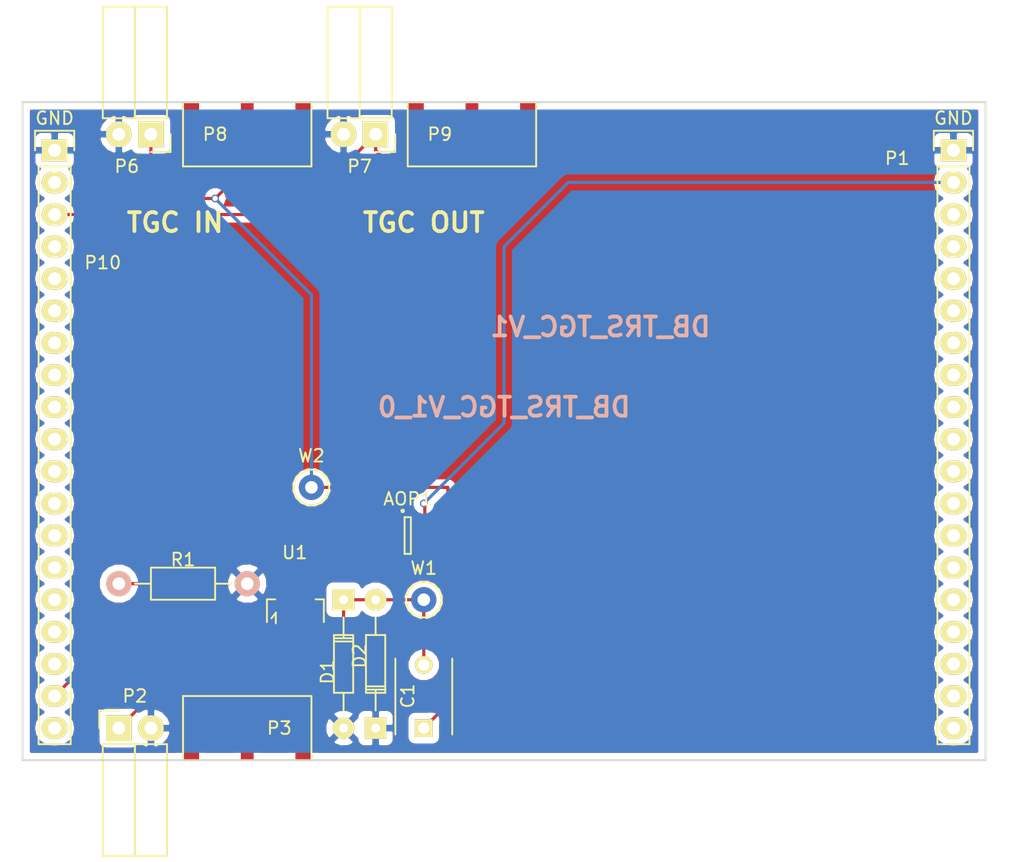
<source format=kicad_pcb>
(kicad_pcb (version 4) (host pcbnew 4.0.3+e1-6302~38~ubuntu16.04.1-stable)

  (general
    (links 32)
    (no_connects 1)
    (area 69.261667 66.644999 150.448334 135.285001)
    (thickness 1.6)
    (drawings 8)
    (tracks 63)
    (zones 0)
    (modules 16)
    (nets 43)
  )

  (page A4)
  (layers
    (0 F.Cu signal)
    (31 B.Cu signal)
    (32 B.Adhes user)
    (33 F.Adhes user)
    (34 B.Paste user)
    (35 F.Paste user)
    (36 B.SilkS user)
    (37 F.SilkS user)
    (38 B.Mask user)
    (39 F.Mask user)
    (40 Dwgs.User user)
    (41 Cmts.User user)
    (42 Eco1.User user)
    (43 Eco2.User user)
    (44 Edge.Cuts user)
    (45 Margin user)
    (46 B.CrtYd user)
    (47 F.CrtYd user)
    (48 B.Fab user)
    (49 F.Fab user)
  )

  (setup
    (last_trace_width 0.25)
    (trace_clearance 0.2)
    (zone_clearance 0.508)
    (zone_45_only no)
    (trace_min 0.2)
    (segment_width 0.2)
    (edge_width 0.15)
    (via_size 0.6)
    (via_drill 0.4)
    (via_min_size 0.4)
    (via_min_drill 0.3)
    (uvia_size 0.3)
    (uvia_drill 0.1)
    (uvias_allowed no)
    (uvia_min_size 0.2)
    (uvia_min_drill 0.1)
    (pcb_text_width 0.3)
    (pcb_text_size 1.5 1.5)
    (mod_edge_width 0.15)
    (mod_text_size 1 1)
    (mod_text_width 0.15)
    (pad_size 1.524 1.524)
    (pad_drill 0.762)
    (pad_to_mask_clearance 0.2)
    (aux_axis_origin 0 0)
    (visible_elements 7FFFFFFF)
    (pcbplotparams
      (layerselection 0x000f0_80000001)
      (usegerberextensions false)
      (excludeedgelayer true)
      (linewidth 0.100000)
      (plotframeref false)
      (viasonmask false)
      (mode 1)
      (useauxorigin false)
      (hpglpennumber 1)
      (hpglpenspeed 20)
      (hpglpendiameter 15)
      (hpglpenoverlay 2)
      (psnegative false)
      (psa4output false)
      (plotreference true)
      (plotvalue true)
      (plotinvisibletext false)
      (padsonsilk false)
      (subtractmaskfromsilk false)
      (outputformat 1)
      (mirror false)
      (drillshape 0)
      (scaleselection 1)
      (outputdirectory gerber/))
  )

  (net 0 "")
  (net 1 "Net-(AOP1-Pad1)")
  (net 2 "Net-(AOP1-Pad2)")
  (net 3 "Net-(AOP1-Pad3)")
  (net 4 "Net-(AOP1-Pad6)")
  (net 5 "Net-(C1-Pad2)")
  (net 6 GND)
  (net 7 "Net-(P1-Pad3)")
  (net 8 "Net-(P1-Pad4)")
  (net 9 "Net-(P1-Pad5)")
  (net 10 "Net-(P1-Pad6)")
  (net 11 "Net-(P1-Pad7)")
  (net 12 "Net-(P1-Pad8)")
  (net 13 "Net-(P1-Pad9)")
  (net 14 "Net-(P1-Pad10)")
  (net 15 "Net-(P1-Pad11)")
  (net 16 "Net-(P1-Pad12)")
  (net 17 "Net-(P1-Pad13)")
  (net 18 "Net-(P1-Pad14)")
  (net 19 "Net-(P1-Pad15)")
  (net 20 "Net-(P1-Pad16)")
  (net 21 "Net-(P1-Pad17)")
  (net 22 "Net-(P1-Pad18)")
  (net 23 "Net-(P1-Pad19)")
  (net 24 "Net-(P2-Pad1)")
  (net 25 "Net-(P10-Pad3)")
  (net 26 "Net-(P10-Pad4)")
  (net 27 "Net-(P10-Pad5)")
  (net 28 "Net-(P10-Pad6)")
  (net 29 "Net-(P10-Pad7)")
  (net 30 "Net-(P10-Pad8)")
  (net 31 "Net-(P10-Pad9)")
  (net 32 "Net-(P10-Pad10)")
  (net 33 "Net-(P10-Pad11)")
  (net 34 "Net-(P10-Pad12)")
  (net 35 "Net-(P10-Pad13)")
  (net 36 "Net-(P10-Pad14)")
  (net 37 "Net-(P10-Pad15)")
  (net 38 "Net-(P10-Pad16)")
  (net 39 "Net-(P10-Pad17)")
  (net 40 "Net-(P10-Pad19)")
  (net 41 "Net-(U1-Pad2)")
  (net 42 "Net-(P10-Pad2)")

  (net_class Default "This is the default net class."
    (clearance 0.2)
    (trace_width 0.25)
    (via_dia 0.6)
    (via_drill 0.4)
    (uvia_dia 0.3)
    (uvia_drill 0.1)
    (add_net GND)
    (add_net "Net-(AOP1-Pad1)")
    (add_net "Net-(AOP1-Pad2)")
    (add_net "Net-(AOP1-Pad3)")
    (add_net "Net-(AOP1-Pad6)")
    (add_net "Net-(C1-Pad2)")
    (add_net "Net-(P1-Pad10)")
    (add_net "Net-(P1-Pad11)")
    (add_net "Net-(P1-Pad12)")
    (add_net "Net-(P1-Pad13)")
    (add_net "Net-(P1-Pad14)")
    (add_net "Net-(P1-Pad15)")
    (add_net "Net-(P1-Pad16)")
    (add_net "Net-(P1-Pad17)")
    (add_net "Net-(P1-Pad18)")
    (add_net "Net-(P1-Pad19)")
    (add_net "Net-(P1-Pad3)")
    (add_net "Net-(P1-Pad4)")
    (add_net "Net-(P1-Pad5)")
    (add_net "Net-(P1-Pad6)")
    (add_net "Net-(P1-Pad7)")
    (add_net "Net-(P1-Pad8)")
    (add_net "Net-(P1-Pad9)")
    (add_net "Net-(P10-Pad10)")
    (add_net "Net-(P10-Pad11)")
    (add_net "Net-(P10-Pad12)")
    (add_net "Net-(P10-Pad13)")
    (add_net "Net-(P10-Pad14)")
    (add_net "Net-(P10-Pad15)")
    (add_net "Net-(P10-Pad16)")
    (add_net "Net-(P10-Pad17)")
    (add_net "Net-(P10-Pad19)")
    (add_net "Net-(P10-Pad2)")
    (add_net "Net-(P10-Pad3)")
    (add_net "Net-(P10-Pad4)")
    (add_net "Net-(P10-Pad5)")
    (add_net "Net-(P10-Pad6)")
    (add_net "Net-(P10-Pad7)")
    (add_net "Net-(P10-Pad8)")
    (add_net "Net-(P10-Pad9)")
    (add_net "Net-(P2-Pad1)")
    (add_net "Net-(U1-Pad2)")
  )

  (module "Echopen:SOT-23-6_Handsoldering(OPA625)" placed (layer F.Cu) (tedit 57B6DC67) (tstamp 57B6DF21)
    (at 101.6 109.22)
    (descr "6-pin SOT-23 package, Handsoldering")
    (tags "SOT-23-6 Handsoldering")
    (path /57A890C6)
    (attr smd)
    (fp_text reference AOP1 (at 0 -2.9) (layer F.SilkS)
      (effects (font (size 1 1) (thickness 0.15)))
    )
    (fp_text value OPA625 (at 0 2.9) (layer F.Fab)
      (effects (font (size 1 1) (thickness 0.15)))
    )
    (fp_line (start -2.4 1.7) (end -2.4 -1.7) (layer F.CrtYd) (width 0.05))
    (fp_line (start 2.4 1.7) (end -2.4 1.7) (layer F.CrtYd) (width 0.05))
    (fp_line (start 2.4 -1.7) (end 2.4 1.7) (layer F.CrtYd) (width 0.05))
    (fp_line (start -2.4 -1.7) (end 2.4 -1.7) (layer F.CrtYd) (width 0.05))
    (fp_circle (center -0.4 -1.95) (end -0.3 -1.95) (layer F.SilkS) (width 0.15))
    (fp_line (start 0.25 -1.45) (end -0.25 -1.45) (layer F.SilkS) (width 0.15))
    (fp_line (start 0.25 1.45) (end 0.25 -1.45) (layer F.SilkS) (width 0.15))
    (fp_line (start -0.25 1.45) (end 0.25 1.45) (layer F.SilkS) (width 0.15))
    (fp_line (start -0.25 -1.45) (end -0.25 1.45) (layer F.SilkS) (width 0.15))
    (pad 1 smd rect (at -1.35 -0.95) (size 1.56 0.65) (layers F.Cu F.Paste F.Mask)
      (net 1 "Net-(AOP1-Pad1)"))
    (pad 2 smd rect (at -1.35 0) (size 1.56 0.65) (layers F.Cu F.Paste F.Mask)
      (net 2 "Net-(AOP1-Pad2)"))
    (pad 3 smd rect (at -1.35 0.95) (size 1.56 0.65) (layers F.Cu F.Paste F.Mask)
      (net 3 "Net-(AOP1-Pad3)"))
    (pad 4 smd rect (at 1.35 0.95) (size 1.56 0.65) (layers F.Cu F.Paste F.Mask)
      (net 1 "Net-(AOP1-Pad1)"))
    (pad 6 smd rect (at 1.35 -0.95) (size 1.56 0.65) (layers F.Cu F.Paste F.Mask)
      (net 4 "Net-(AOP1-Pad6)"))
    (pad 5 smd rect (at 1.35 0) (size 1.56 0.65) (layers F.Cu F.Paste F.Mask)
      (net 2 "Net-(AOP1-Pad2)"))
    (model TO_SOT_Packages_SMD.3dshapes/SOT-23-6.wrl
      (at (xyz 0 0 0))
      (scale (xyz 1 1 1))
      (rotate (xyz 0 0 0))
    )
  )

  (module Echopen:C_TH_common placed (layer F.Cu) (tedit 57B463AA) (tstamp 57B6DF27)
    (at 102.87 124.46 90)
    (descr "Capacitor 6mm Disc, Pitch 5mm")
    (tags Capacitor)
    (path /57A88DB5)
    (fp_text reference C1 (at 2.54 -1.27 90) (layer F.SilkS)
      (effects (font (size 1 1) (thickness 0.15)))
    )
    (fp_text value 1n (at 2.54 1.27 90) (layer F.Fab)
      (effects (font (size 1 1) (thickness 0.15)))
    )
    (fp_line (start -0.95 -2.5) (end 5.95 -2.5) (layer F.CrtYd) (width 0.05))
    (fp_line (start 5.95 -2.5) (end 5.95 2.5) (layer F.CrtYd) (width 0.05))
    (fp_line (start 5.95 2.5) (end -0.95 2.5) (layer F.CrtYd) (width 0.05))
    (fp_line (start -0.95 2.5) (end -0.95 -2.5) (layer F.CrtYd) (width 0.05))
    (fp_line (start -0.5 -2.25) (end 5.5 -2.25) (layer F.SilkS) (width 0.15))
    (fp_line (start 5.5 2.25) (end -0.5 2.25) (layer F.SilkS) (width 0.15))
    (pad 1 thru_hole rect (at 0 0 90) (size 1.4 1.4) (drill 0.9) (layers *.Cu *.Mask F.SilkS)
      (net 3 "Net-(AOP1-Pad3)"))
    (pad 2 thru_hole circle (at 5 0 90) (size 1.4 1.4) (drill 0.9) (layers *.Cu *.Mask F.SilkS)
      (net 5 "Net-(C1-Pad2)"))
    (model Capacitors_ThroughHole.3dshapes/C_Disc_D6_P5.wrl
      (at (xyz 0.098425 0 0))
      (scale (xyz 1 1 1))
      (rotate (xyz 0 0 0))
    )
  )

  (module Echopen:D_TH_common placed (layer F.Cu) (tedit 57B6EFEF) (tstamp 57B6DF2D)
    (at 96.52 114.3 270)
    (descr "Diode, DO-35,  SOD27, Horizontal, RM 10mm")
    (tags "Diode, DO-35, SOD27, Horizontal, RM 10mm, 1N4148,")
    (path /57A4AE58)
    (fp_text reference D1 (at 5.715 1.27 270) (layer F.SilkS)
      (effects (font (size 1 1) (thickness 0.15)))
    )
    (fp_text value 1N4148 (at 5.08 0 270) (layer F.Fab)
      (effects (font (size 1 1) (thickness 0.15)))
    )
    (fp_line (start 7.36652 -0.00254) (end 8.76352 -0.00254) (layer F.SilkS) (width 0.15))
    (fp_line (start 2.92152 -0.00254) (end 1.39752 -0.00254) (layer F.SilkS) (width 0.15))
    (fp_line (start 3.30252 -0.76454) (end 3.30252 0.75946) (layer F.SilkS) (width 0.15))
    (fp_line (start 3.04852 -0.76454) (end 3.04852 0.75946) (layer F.SilkS) (width 0.15))
    (fp_line (start 2.79452 -0.00254) (end 2.79452 0.75946) (layer F.SilkS) (width 0.15))
    (fp_line (start 2.79452 0.75946) (end 7.36652 0.75946) (layer F.SilkS) (width 0.15))
    (fp_line (start 7.36652 0.75946) (end 7.36652 -0.76454) (layer F.SilkS) (width 0.15))
    (fp_line (start 7.36652 -0.76454) (end 2.79452 -0.76454) (layer F.SilkS) (width 0.15))
    (fp_line (start 2.79452 -0.76454) (end 2.79452 -0.00254) (layer F.SilkS) (width 0.15))
    (pad 2 thru_hole circle (at 10.16052 -0.00254 90) (size 1.69926 1.69926) (drill 0.70104) (layers *.Cu *.Mask F.SilkS)
      (net 6 GND))
    (pad 1 thru_hole rect (at 0.00052 -0.00254 90) (size 1.69926 1.69926) (drill 0.70104) (layers *.Cu *.Mask F.SilkS)
      (net 5 "Net-(C1-Pad2)"))
    (model Diodes_ThroughHole.3dshapes/Diode_DO-35_SOD27_Horizontal_RM10.wrl
      (at (xyz 0.2 0 0))
      (scale (xyz 0.4 0.4 0.4))
      (rotate (xyz 0 0 180))
    )
  )

  (module Echopen:D_TH_common placed (layer F.Cu) (tedit 57B580CB) (tstamp 57B6DF33)
    (at 99.06 124.46 90)
    (descr "Diode, DO-35,  SOD27, Horizontal, RM 10mm")
    (tags "Diode, DO-35, SOD27, Horizontal, RM 10mm, 1N4148,")
    (path /57A4AEBB)
    (fp_text reference D2 (at 5.715 -1.27 90) (layer F.SilkS)
      (effects (font (size 1 1) (thickness 0.15)))
    )
    (fp_text value IN4148 (at 5.08 0 90) (layer F.Fab)
      (effects (font (size 1 1) (thickness 0.15)))
    )
    (fp_line (start 7.36652 -0.00254) (end 8.76352 -0.00254) (layer F.SilkS) (width 0.15))
    (fp_line (start 2.92152 -0.00254) (end 1.39752 -0.00254) (layer F.SilkS) (width 0.15))
    (fp_line (start 3.30252 -0.76454) (end 3.30252 0.75946) (layer F.SilkS) (width 0.15))
    (fp_line (start 3.04852 -0.76454) (end 3.04852 0.75946) (layer F.SilkS) (width 0.15))
    (fp_line (start 2.79452 -0.00254) (end 2.79452 0.75946) (layer F.SilkS) (width 0.15))
    (fp_line (start 2.79452 0.75946) (end 7.36652 0.75946) (layer F.SilkS) (width 0.15))
    (fp_line (start 7.36652 0.75946) (end 7.36652 -0.76454) (layer F.SilkS) (width 0.15))
    (fp_line (start 7.36652 -0.76454) (end 2.79452 -0.76454) (layer F.SilkS) (width 0.15))
    (fp_line (start 2.79452 -0.76454) (end 2.79452 -0.00254) (layer F.SilkS) (width 0.15))
    (pad 2 thru_hole circle (at 10.16052 -0.00254 270) (size 1.69926 1.69926) (drill 0.70104) (layers *.Cu *.Mask F.SilkS)
      (net 5 "Net-(C1-Pad2)"))
    (pad 1 thru_hole rect (at 0.00052 -0.00254 270) (size 1.69926 1.69926) (drill 0.70104) (layers *.Cu *.Mask F.SilkS)
      (net 6 GND))
    (model Diodes_ThroughHole.3dshapes/Diode_DO-35_SOD27_Horizontal_RM10.wrl
      (at (xyz 0.2 0 0))
      (scale (xyz 0.4 0.4 0.4))
      (rotate (xyz 0 0 180))
    )
  )

  (module Socket_Strips:Socket_Strip_Angled_1x02 placed (layer F.Cu) (tedit 57B6EFE4) (tstamp 57B6DF50)
    (at 78.74 124.46)
    (descr "Through hole socket strip")
    (tags "socket strip")
    (path /57A887E1)
    (fp_text reference P2 (at 1.27 -2.54) (layer F.SilkS)
      (effects (font (size 1 1) (thickness 0.15)))
    )
    (fp_text value CONN_01X02 (at 0 -2.75) (layer F.Fab)
      (effects (font (size 1 1) (thickness 0.15)))
    )
    (fp_line (start -1.75 -1.5) (end -1.75 10.6) (layer F.CrtYd) (width 0.05))
    (fp_line (start 4.3 -1.5) (end 4.3 10.6) (layer F.CrtYd) (width 0.05))
    (fp_line (start -1.75 -1.5) (end 4.3 -1.5) (layer F.CrtYd) (width 0.05))
    (fp_line (start -1.75 10.6) (end 4.3 10.6) (layer F.CrtYd) (width 0.05))
    (fp_line (start 3.81 10.1) (end 3.81 1.27) (layer F.SilkS) (width 0.15))
    (fp_line (start 1.27 10.1) (end 3.81 10.1) (layer F.SilkS) (width 0.15))
    (fp_line (start 1.27 1.27) (end 1.27 10.1) (layer F.SilkS) (width 0.15))
    (fp_line (start 1.27 1.27) (end 3.81 1.27) (layer F.SilkS) (width 0.15))
    (fp_line (start -1.27 1.27) (end 1.27 1.27) (layer F.SilkS) (width 0.15))
    (fp_line (start 0 -1.4) (end -1.55 -1.4) (layer F.SilkS) (width 0.15))
    (fp_line (start -1.55 -1.4) (end -1.55 0) (layer F.SilkS) (width 0.15))
    (fp_line (start -1.27 1.27) (end -1.27 10.1) (layer F.SilkS) (width 0.15))
    (fp_line (start -1.27 10.1) (end 1.27 10.1) (layer F.SilkS) (width 0.15))
    (fp_line (start 1.27 10.1) (end 1.27 1.27) (layer F.SilkS) (width 0.15))
    (pad 1 thru_hole rect (at 0 0) (size 2.032 2.032) (drill 1.016) (layers *.Cu *.Mask F.SilkS)
      (net 24 "Net-(P2-Pad1)"))
    (pad 2 thru_hole oval (at 2.54 0) (size 2.032 2.032) (drill 1.016) (layers *.Cu *.Mask F.SilkS)
      (net 6 GND))
    (model Socket_Strips.3dshapes/Socket_Strip_Angled_1x02.wrl
      (at (xyz 0.05 0 0))
      (scale (xyz 1 1 1))
      (rotate (xyz 0 0 180))
    )
  )

  (module Socket_Strips:Socket_Strip_Angled_1x02 placed (layer F.Cu) (tedit 57B6EFCE) (tstamp 57B6DF5D)
    (at 81.28 77.47 180)
    (descr "Through hole socket strip")
    (tags "socket strip")
    (path /57A8A021)
    (fp_text reference P6 (at 1.905 -2.54 180) (layer F.SilkS)
      (effects (font (size 1 1) (thickness 0.15)))
    )
    (fp_text value CONN_01X02 (at 0 -2.75 180) (layer F.Fab)
      (effects (font (size 1 1) (thickness 0.15)))
    )
    (fp_line (start -1.75 -1.5) (end -1.75 10.6) (layer F.CrtYd) (width 0.05))
    (fp_line (start 4.3 -1.5) (end 4.3 10.6) (layer F.CrtYd) (width 0.05))
    (fp_line (start -1.75 -1.5) (end 4.3 -1.5) (layer F.CrtYd) (width 0.05))
    (fp_line (start -1.75 10.6) (end 4.3 10.6) (layer F.CrtYd) (width 0.05))
    (fp_line (start 3.81 10.1) (end 3.81 1.27) (layer F.SilkS) (width 0.15))
    (fp_line (start 1.27 10.1) (end 3.81 10.1) (layer F.SilkS) (width 0.15))
    (fp_line (start 1.27 1.27) (end 1.27 10.1) (layer F.SilkS) (width 0.15))
    (fp_line (start 1.27 1.27) (end 3.81 1.27) (layer F.SilkS) (width 0.15))
    (fp_line (start -1.27 1.27) (end 1.27 1.27) (layer F.SilkS) (width 0.15))
    (fp_line (start 0 -1.4) (end -1.55 -1.4) (layer F.SilkS) (width 0.15))
    (fp_line (start -1.55 -1.4) (end -1.55 0) (layer F.SilkS) (width 0.15))
    (fp_line (start -1.27 1.27) (end -1.27 10.1) (layer F.SilkS) (width 0.15))
    (fp_line (start -1.27 10.1) (end 1.27 10.1) (layer F.SilkS) (width 0.15))
    (fp_line (start 1.27 10.1) (end 1.27 1.27) (layer F.SilkS) (width 0.15))
    (pad 1 thru_hole rect (at 0 0 180) (size 2.032 2.032) (drill 1.016) (layers *.Cu *.Mask F.SilkS)
      (net 1 "Net-(AOP1-Pad1)"))
    (pad 2 thru_hole oval (at 2.54 0 180) (size 2.032 2.032) (drill 1.016) (layers *.Cu *.Mask F.SilkS)
      (net 6 GND))
    (model Socket_Strips.3dshapes/Socket_Strip_Angled_1x02.wrl
      (at (xyz 0.05 0 0))
      (scale (xyz 1 1 1))
      (rotate (xyz 0 0 180))
    )
  )

  (module Socket_Strips:Socket_Strip_Angled_1x02 placed (layer F.Cu) (tedit 57B6EFCA) (tstamp 57B6DF63)
    (at 99.06 77.47 180)
    (descr "Through hole socket strip")
    (tags "socket strip")
    (path /57A8A115)
    (fp_text reference P7 (at 1.27 -2.54 180) (layer F.SilkS)
      (effects (font (size 1 1) (thickness 0.15)))
    )
    (fp_text value CONN_01X02 (at 0 -2.75 180) (layer F.Fab)
      (effects (font (size 1 1) (thickness 0.15)))
    )
    (fp_line (start -1.75 -1.5) (end -1.75 10.6) (layer F.CrtYd) (width 0.05))
    (fp_line (start 4.3 -1.5) (end 4.3 10.6) (layer F.CrtYd) (width 0.05))
    (fp_line (start -1.75 -1.5) (end 4.3 -1.5) (layer F.CrtYd) (width 0.05))
    (fp_line (start -1.75 10.6) (end 4.3 10.6) (layer F.CrtYd) (width 0.05))
    (fp_line (start 3.81 10.1) (end 3.81 1.27) (layer F.SilkS) (width 0.15))
    (fp_line (start 1.27 10.1) (end 3.81 10.1) (layer F.SilkS) (width 0.15))
    (fp_line (start 1.27 1.27) (end 1.27 10.1) (layer F.SilkS) (width 0.15))
    (fp_line (start 1.27 1.27) (end 3.81 1.27) (layer F.SilkS) (width 0.15))
    (fp_line (start -1.27 1.27) (end 1.27 1.27) (layer F.SilkS) (width 0.15))
    (fp_line (start 0 -1.4) (end -1.55 -1.4) (layer F.SilkS) (width 0.15))
    (fp_line (start -1.55 -1.4) (end -1.55 0) (layer F.SilkS) (width 0.15))
    (fp_line (start -1.27 1.27) (end -1.27 10.1) (layer F.SilkS) (width 0.15))
    (fp_line (start -1.27 10.1) (end 1.27 10.1) (layer F.SilkS) (width 0.15))
    (fp_line (start 1.27 10.1) (end 1.27 1.27) (layer F.SilkS) (width 0.15))
    (pad 1 thru_hole rect (at 0 0 180) (size 2.032 2.032) (drill 1.016) (layers *.Cu *.Mask F.SilkS)
      (net 25 "Net-(P10-Pad3)"))
    (pad 2 thru_hole oval (at 2.54 0 180) (size 2.032 2.032) (drill 1.016) (layers *.Cu *.Mask F.SilkS)
      (net 6 GND))
    (model Socket_Strips.3dshapes/Socket_Strip_Angled_1x02.wrl
      (at (xyz 0.05 0 0))
      (scale (xyz 1 1 1))
      (rotate (xyz 0 0 180))
    )
  )

  (module Echopen:Resistor_TH_common placed (layer F.Cu) (tedit 57B5849C) (tstamp 57B6DF8E)
    (at 78.74 113.03)
    (descr "Resistor, Axial,  RM 10mm, 1/3W")
    (tags "Resistor Axial RM 10mm 1/3W")
    (path /57A88ECC)
    (fp_text reference R1 (at 5.08 -1.905) (layer F.SilkS)
      (effects (font (size 1 1) (thickness 0.15)))
    )
    (fp_text value 220 (at 5.08 0) (layer F.Fab)
      (effects (font (size 1 1) (thickness 0.15)))
    )
    (fp_line (start -1.25 -1.5) (end 11.4 -1.5) (layer F.CrtYd) (width 0.05))
    (fp_line (start -1.25 1.5) (end -1.25 -1.5) (layer F.CrtYd) (width 0.05))
    (fp_line (start 11.4 -1.5) (end 11.4 1.5) (layer F.CrtYd) (width 0.05))
    (fp_line (start -1.25 1.5) (end 11.4 1.5) (layer F.CrtYd) (width 0.05))
    (fp_line (start 2.54 -1.27) (end 7.62 -1.27) (layer F.SilkS) (width 0.15))
    (fp_line (start 7.62 -1.27) (end 7.62 1.27) (layer F.SilkS) (width 0.15))
    (fp_line (start 7.62 1.27) (end 2.54 1.27) (layer F.SilkS) (width 0.15))
    (fp_line (start 2.54 1.27) (end 2.54 -1.27) (layer F.SilkS) (width 0.15))
    (fp_line (start 2.54 0) (end 1.27 0) (layer F.SilkS) (width 0.15))
    (fp_line (start 7.62 0) (end 8.89 0) (layer F.SilkS) (width 0.15))
    (pad 1 thru_hole circle (at 0 0) (size 1.99898 1.99898) (drill 1.00076) (layers *.Cu *.SilkS *.Mask)
      (net 3 "Net-(AOP1-Pad3)"))
    (pad 2 thru_hole circle (at 10.16 0) (size 1.99898 1.99898) (drill 1.00076) (layers *.Cu *.SilkS *.Mask)
      (net 6 GND))
    (model Resistors_ThroughHole.3dshapes/Resistor_Horizontal_RM10mm.wrl
      (at (xyz 0.2 0 0))
      (scale (xyz 0.4 0.4 0.4))
      (rotate (xyz 0 0 0))
    )
  )

  (module "Echopen:SOT89-3_(MD0100)" placed (layer F.Cu) (tedit 57B6DD2F) (tstamp 57B6DF97)
    (at 92.71 115.57)
    (descr "SOT89-3, Housing, Handsoldering,")
    (tags "SOT89-3, Housing, Handsoldering,")
    (path /57A4ADCE)
    (attr smd)
    (fp_text reference U1 (at -0.0508 -5.00126) (layer F.SilkS)
      (effects (font (size 1 1) (thickness 0.15)))
    )
    (fp_text value MD0100 (at -0.14986 5.30098) (layer F.Fab)
      (effects (font (size 1 1) (thickness 0.15)))
    )
    (fp_line (start -1.89992 0.20066) (end -1.651 -0.09906) (layer F.SilkS) (width 0.15))
    (fp_line (start -1.651 -0.09906) (end -1.5494 -0.24892) (layer F.SilkS) (width 0.15))
    (fp_line (start -1.5494 -0.24892) (end -1.5494 0.59944) (layer F.SilkS) (width 0.15))
    (fp_line (start -2.25044 -1.30048) (end -2.25044 0.50038) (layer F.SilkS) (width 0.15))
    (fp_line (start -2.25044 -1.30048) (end -1.6002 -1.30048) (layer F.SilkS) (width 0.15))
    (fp_line (start 2.25044 -1.30048) (end 2.25044 0.50038) (layer F.SilkS) (width 0.15))
    (fp_line (start 2.25044 -1.30048) (end 1.6002 -1.30048) (layer F.SilkS) (width 0.15))
    (pad 1 smd rect (at -1.50114 2.35204) (size 1.00076 2.5019) (layers F.Cu F.Paste F.Mask)
      (net 24 "Net-(P2-Pad1)"))
    (pad 2 smd rect (at 0 2.35204) (size 1.00076 2.5019) (layers F.Cu F.Paste F.Mask)
      (net 41 "Net-(U1-Pad2)"))
    (pad 3 smd rect (at 1.50114 2.35204) (size 1.00076 2.5019) (layers F.Cu F.Paste F.Mask)
      (net 5 "Net-(C1-Pad2)"))
    (pad 2 smd rect (at 0 -1.6002) (size 1.99898 4.0005) (layers F.Cu F.Paste F.Mask)
      (net 41 "Net-(U1-Pad2)"))
    (pad 2 smd trapezoid (at 0 0.7493 180) (size 1.50114 0.7493) (rect_delta 0 0.50038 ) (layers F.Cu F.Paste F.Mask)
      (net 41 "Net-(U1-Pad2)"))
    (model TO_SOT_Packages_SMD.3dshapes/SOT89-3_Housing_Handsoldering.wrl
      (at (xyz 0 0 0))
      (scale (xyz 0.3937 0.3937 0.3937))
      (rotate (xyz 0 0 0))
    )
  )

  (module Measurement_Points:Test_Point_Keystone_5000-5004_Miniature placed (layer F.Cu) (tedit 56E5DE14) (tstamp 57B6DF9C)
    (at 102.87 114.3)
    (descr "Keystone Miniature THM Test Point 5000-5004, http://www.keyelco.com/product-pdf.cfm?p=1309")
    (tags "Through Hole Mount Test Points")
    (path /57B6E069)
    (attr virtual)
    (fp_text reference W1 (at 0 -2.5) (layer F.SilkS)
      (effects (font (size 1 1) (thickness 0.15)))
    )
    (fp_text value TEST_1P (at 0 2.5) (layer F.Fab)
      (effects (font (size 1 1) (thickness 0.15)))
    )
    (fp_circle (center 0 0) (end 1.65 0) (layer F.CrtYd) (width 0.05))
    (fp_line (start -0.75 -0.25) (end 0.75 -0.25) (layer F.Fab) (width 0.15))
    (fp_line (start 0.75 -0.25) (end 0.75 0.25) (layer F.Fab) (width 0.15))
    (fp_line (start 0.75 0.25) (end -0.75 0.25) (layer F.Fab) (width 0.15))
    (fp_line (start -0.75 0.25) (end -0.75 -0.25) (layer F.Fab) (width 0.15))
    (fp_circle (center 0 0) (end 1.25 0) (layer F.Fab) (width 0.15))
    (fp_circle (center 0 0) (end 1.4 0) (layer F.SilkS) (width 0.15))
    (pad 1 thru_hole circle (at 0 0) (size 2 2) (drill 1) (layers *.Cu *.Mask)
      (net 5 "Net-(C1-Pad2)"))
  )

  (module Measurement_Points:Test_Point_Keystone_5000-5004_Miniature placed (layer F.Cu) (tedit 56E5DE14) (tstamp 57B6DFA1)
    (at 93.98 105.41)
    (descr "Keystone Miniature THM Test Point 5000-5004, http://www.keyelco.com/product-pdf.cfm?p=1309")
    (tags "Through Hole Mount Test Points")
    (path /57B6E214)
    (attr virtual)
    (fp_text reference W2 (at 0 -2.5) (layer F.SilkS)
      (effects (font (size 1 1) (thickness 0.15)))
    )
    (fp_text value TEST_1P (at 0 2.5) (layer F.Fab)
      (effects (font (size 1 1) (thickness 0.15)))
    )
    (fp_circle (center 0 0) (end 1.65 0) (layer F.CrtYd) (width 0.05))
    (fp_line (start -0.75 -0.25) (end 0.75 -0.25) (layer F.Fab) (width 0.15))
    (fp_line (start 0.75 -0.25) (end 0.75 0.25) (layer F.Fab) (width 0.15))
    (fp_line (start 0.75 0.25) (end -0.75 0.25) (layer F.Fab) (width 0.15))
    (fp_line (start -0.75 0.25) (end -0.75 -0.25) (layer F.Fab) (width 0.15))
    (fp_circle (center 0 0) (end 1.25 0) (layer F.Fab) (width 0.15))
    (fp_circle (center 0 0) (end 1.4 0) (layer F.SilkS) (width 0.15))
    (pad 1 thru_hole circle (at 0 0) (size 2 2) (drill 1) (layers *.Cu *.Mask)
      (net 1 "Net-(AOP1-Pad1)"))
  )

  (module Echopen:SMA (layer F.Cu) (tedit 57B6CD4E) (tstamp 57B6DF71)
    (at 106.68 77.47 180)
    (path /57A8A10F)
    (fp_text reference P9 (at 2.54 0 180) (layer F.SilkS)
      (effects (font (size 1 1) (thickness 0.15)))
    )
    (fp_text value SMA (at -2.54 0 180) (layer F.Fab)
      (effects (font (size 1 1) (thickness 0.15)))
    )
    (fp_line (start -5.08 -2.54) (end 5.08 -2.54) (layer F.SilkS) (width 0.15))
    (fp_line (start 5.08 -2.54) (end 5.08 2.54) (layer F.SilkS) (width 0.15))
    (fp_line (start 5.08 2.54) (end -5.08 2.54) (layer F.SilkS) (width 0.15))
    (fp_line (start -5.08 2.54) (end -5.08 -2.54) (layer F.SilkS) (width 0.15))
    (pad 2 smd rect (at -5.08 0 180) (size 1.27 5.08) (drill (offset 0.635 0)) (layers *.Paste *.Mask F.Cu)
      (net 6 GND))
    (pad 2 smd rect (at 5.08 0 180) (size 1.27 5.08) (drill (offset -0.635 0)) (layers *.Paste *.Mask F.Cu)
      (net 6 GND))
    (pad 1 smd rect (at 0 0 180) (size 1.016 5.08) (layers F.Cu F.Paste F.Mask)
      (net 25 "Net-(P10-Pad3)"))
    (model ../../../../../home/echopen/Bureau/GitHub/electronic/kicad/Librairy/3d/sma_90_r300.124.403.wrl
      (at (xyz 0 -0.15 0))
      (scale (xyz 0.9 0.9 0.9))
      (rotate (xyz 0 0 0))
    )
  )

  (module Echopen:SMA (layer F.Cu) (tedit 57B6CD4E) (tstamp 57B6DF6A)
    (at 88.9 77.47 180)
    (path /57A8A01B)
    (fp_text reference P8 (at 2.54 0 180) (layer F.SilkS)
      (effects (font (size 1 1) (thickness 0.15)))
    )
    (fp_text value SMA (at -2.54 0 180) (layer F.Fab)
      (effects (font (size 1 1) (thickness 0.15)))
    )
    (fp_line (start -5.08 -2.54) (end 5.08 -2.54) (layer F.SilkS) (width 0.15))
    (fp_line (start 5.08 -2.54) (end 5.08 2.54) (layer F.SilkS) (width 0.15))
    (fp_line (start 5.08 2.54) (end -5.08 2.54) (layer F.SilkS) (width 0.15))
    (fp_line (start -5.08 2.54) (end -5.08 -2.54) (layer F.SilkS) (width 0.15))
    (pad 2 smd rect (at -5.08 0 180) (size 1.27 5.08) (drill (offset 0.635 0)) (layers *.Paste *.Mask F.Cu)
      (net 6 GND))
    (pad 2 smd rect (at 5.08 0 180) (size 1.27 5.08) (drill (offset -0.635 0)) (layers *.Paste *.Mask F.Cu)
      (net 6 GND))
    (pad 1 smd rect (at 0 0 180) (size 1.016 5.08) (layers F.Cu F.Paste F.Mask)
      (net 1 "Net-(AOP1-Pad1)"))
    (model ../../../../../home/echopen/Bureau/GitHub/electronic/kicad/Librairy/3d/sma_90_r300.124.403.wrl
      (at (xyz 0 -0.15 0))
      (scale (xyz 0.9 0.9 0.9))
      (rotate (xyz 0 0 0))
    )
  )

  (module Echopen:SMA (layer F.Cu) (tedit 57B6CD4E) (tstamp 57B6DF57)
    (at 88.9 124.46)
    (path /57A88786)
    (fp_text reference P3 (at 2.54 0) (layer F.SilkS)
      (effects (font (size 1 1) (thickness 0.15)))
    )
    (fp_text value SMA (at -2.54 0) (layer F.Fab)
      (effects (font (size 1 1) (thickness 0.15)))
    )
    (fp_line (start -5.08 -2.54) (end 5.08 -2.54) (layer F.SilkS) (width 0.15))
    (fp_line (start 5.08 -2.54) (end 5.08 2.54) (layer F.SilkS) (width 0.15))
    (fp_line (start 5.08 2.54) (end -5.08 2.54) (layer F.SilkS) (width 0.15))
    (fp_line (start -5.08 2.54) (end -5.08 -2.54) (layer F.SilkS) (width 0.15))
    (pad 2 smd rect (at -5.08 0) (size 1.27 5.08) (drill (offset 0.635 0)) (layers *.Paste *.Mask F.Cu)
      (net 6 GND))
    (pad 2 smd rect (at 5.08 0) (size 1.27 5.08) (drill (offset -0.635 0)) (layers *.Paste *.Mask F.Cu)
      (net 6 GND))
    (pad 1 smd rect (at 0 0) (size 1.016 5.08) (layers F.Cu F.Paste F.Mask)
      (net 24 "Net-(P2-Pad1)"))
    (model ../../../../../home/echopen/Bureau/GitHub/electronic/kicad/Librairy/3d/sma_90_r300.124.403.wrl
      (at (xyz 0 -0.15 0))
      (scale (xyz 0.9 0.9 0.9))
      (rotate (xyz 0 0 0))
    )
  )

  (module Echopen:Header_1x19 (layer F.Cu) (tedit 57BC11B7) (tstamp 57B6DF88)
    (at 73.66 101.6)
    (descr "Through hole socket strip")
    (tags "socket strip")
    (path /57A88645)
    (fp_text reference P10 (at 3.81 -13.97) (layer F.SilkS)
      (effects (font (size 1 1) (thickness 0.15)))
    )
    (fp_text value CONN_01X19 (at 0.635 26.035) (layer F.Fab)
      (effects (font (size 1 1) (thickness 0.15)))
    )
    (fp_text user GND (at 0 -25.4) (layer F.SilkS)
      (effects (font (size 1 1) (thickness 0.15)))
    )
    (fp_line (start 1.75 -24.61) (end -1.75 -24.61) (layer F.CrtYd) (width 0.05))
    (fp_line (start 1.75 24.64) (end -1.75 24.64) (layer F.CrtYd) (width 0.05))
    (fp_line (start 1.75 -24.61) (end 1.75 24.64) (layer F.CrtYd) (width 0.05))
    (fp_line (start -1.75 -24.61) (end -1.75 24.64) (layer F.CrtYd) (width 0.05))
    (fp_line (start -1.27 -21.59) (end -1.27 24.13) (layer F.SilkS) (width 0.15))
    (fp_line (start -1.27 24.13) (end 1.27 24.13) (layer F.SilkS) (width 0.15))
    (fp_line (start 1.27 24.13) (end 1.27 -21.59) (layer F.SilkS) (width 0.15))
    (fp_line (start -1.55 -24.41) (end -1.55 -22.86) (layer F.SilkS) (width 0.15))
    (fp_line (start -1.27 -21.59) (end 1.27 -21.59) (layer F.SilkS) (width 0.15))
    (fp_line (start 1.55 -22.86) (end 1.55 -24.41) (layer F.SilkS) (width 0.15))
    (fp_line (start 1.55 -24.41) (end -1.55 -24.41) (layer F.SilkS) (width 0.15))
    (pad 1 thru_hole rect (at 0 -22.86 270) (size 1.7272 2.032) (drill 1.016) (layers *.Cu *.Mask F.SilkS)
      (net 6 GND))
    (pad 2 thru_hole oval (at 0 -20.32 270) (size 1.7272 2.032) (drill 1.016) (layers *.Cu *.Mask F.SilkS)
      (net 42 "Net-(P10-Pad2)"))
    (pad 3 thru_hole oval (at 0 -17.78 270) (size 1.7272 2.032) (drill 1.016) (layers *.Cu *.Mask F.SilkS)
      (net 25 "Net-(P10-Pad3)"))
    (pad 4 thru_hole oval (at 0 -15.24 270) (size 1.7272 2.032) (drill 1.016) (layers *.Cu *.Mask F.SilkS)
      (net 26 "Net-(P10-Pad4)"))
    (pad 5 thru_hole oval (at 0 -12.7 270) (size 1.7272 2.032) (drill 1.016) (layers *.Cu *.Mask F.SilkS)
      (net 27 "Net-(P10-Pad5)"))
    (pad 6 thru_hole oval (at 0 -10.16 270) (size 1.7272 2.032) (drill 1.016) (layers *.Cu *.Mask F.SilkS)
      (net 28 "Net-(P10-Pad6)"))
    (pad 7 thru_hole oval (at 0 -7.62 270) (size 1.7272 2.032) (drill 1.016) (layers *.Cu *.Mask F.SilkS)
      (net 29 "Net-(P10-Pad7)"))
    (pad 8 thru_hole oval (at 0 -5.08 270) (size 1.7272 2.032) (drill 1.016) (layers *.Cu *.Mask F.SilkS)
      (net 30 "Net-(P10-Pad8)"))
    (pad 9 thru_hole oval (at 0 -2.54 270) (size 1.7272 2.032) (drill 1.016) (layers *.Cu *.Mask F.SilkS)
      (net 31 "Net-(P10-Pad9)"))
    (pad 10 thru_hole oval (at 0 0 270) (size 1.7272 2.032) (drill 1.016) (layers *.Cu *.Mask F.SilkS)
      (net 32 "Net-(P10-Pad10)"))
    (pad 11 thru_hole oval (at 0 2.54 270) (size 1.7272 2.032) (drill 1.016) (layers *.Cu *.Mask F.SilkS)
      (net 33 "Net-(P10-Pad11)"))
    (pad 12 thru_hole oval (at 0 5.08 270) (size 1.7272 2.032) (drill 1.016) (layers *.Cu *.Mask F.SilkS)
      (net 34 "Net-(P10-Pad12)"))
    (pad 13 thru_hole oval (at 0 7.62 270) (size 1.7272 2.032) (drill 1.016) (layers *.Cu *.Mask F.SilkS)
      (net 35 "Net-(P10-Pad13)"))
    (pad 14 thru_hole oval (at 0 10.16 270) (size 1.7272 2.032) (drill 1.016) (layers *.Cu *.Mask F.SilkS)
      (net 36 "Net-(P10-Pad14)"))
    (pad 15 thru_hole oval (at 0 12.7 270) (size 1.7272 2.032) (drill 1.016) (layers *.Cu *.Mask F.SilkS)
      (net 37 "Net-(P10-Pad15)"))
    (pad 16 thru_hole oval (at 0 15.24 270) (size 1.7272 2.032) (drill 1.016) (layers *.Cu *.Mask F.SilkS)
      (net 38 "Net-(P10-Pad16)"))
    (pad 17 thru_hole oval (at 0 17.78 270) (size 1.7272 2.032) (drill 1.016) (layers *.Cu *.Mask F.SilkS)
      (net 39 "Net-(P10-Pad17)"))
    (pad 18 thru_hole oval (at 0 20.32 270) (size 1.7272 2.032) (drill 1.016) (layers *.Cu *.Mask F.SilkS)
      (net 2 "Net-(AOP1-Pad2)"))
    (pad 19 thru_hole oval (at 0 22.86 270) (size 1.7272 2.032) (drill 1.016) (layers *.Cu *.Mask F.SilkS)
      (net 40 "Net-(P10-Pad19)"))
    (model Socket_Strips.3dshapes/Socket_Strip_Straight_1x19.wrl
      (at (xyz 0 0 0))
      (scale (xyz 1 1 1))
      (rotate (xyz 0 0 90))
    )
  )

  (module Echopen:Header_1x19 (layer F.Cu) (tedit 57BB32E4) (tstamp 57B6DF4A)
    (at 144.78 101.6)
    (descr "Through hole socket strip")
    (tags "socket strip")
    (path /57A8841B)
    (fp_text reference P1 (at -4.445 -22.225) (layer F.SilkS)
      (effects (font (size 1 1) (thickness 0.15)))
    )
    (fp_text value CONN_01X19 (at 0.635 26.035) (layer F.Fab)
      (effects (font (size 1 1) (thickness 0.15)))
    )
    (fp_text user GND (at 0 -25.4) (layer F.SilkS)
      (effects (font (size 1 1) (thickness 0.15)))
    )
    (fp_line (start 1.75 -24.61) (end -1.75 -24.61) (layer F.CrtYd) (width 0.05))
    (fp_line (start 1.75 24.64) (end -1.75 24.64) (layer F.CrtYd) (width 0.05))
    (fp_line (start 1.75 -24.61) (end 1.75 24.64) (layer F.CrtYd) (width 0.05))
    (fp_line (start -1.75 -24.61) (end -1.75 24.64) (layer F.CrtYd) (width 0.05))
    (fp_line (start -1.27 -21.59) (end -1.27 24.13) (layer F.SilkS) (width 0.15))
    (fp_line (start -1.27 24.13) (end 1.27 24.13) (layer F.SilkS) (width 0.15))
    (fp_line (start 1.27 24.13) (end 1.27 -21.59) (layer F.SilkS) (width 0.15))
    (fp_line (start -1.55 -24.41) (end -1.55 -22.86) (layer F.SilkS) (width 0.15))
    (fp_line (start -1.27 -21.59) (end 1.27 -21.59) (layer F.SilkS) (width 0.15))
    (fp_line (start 1.55 -22.86) (end 1.55 -24.41) (layer F.SilkS) (width 0.15))
    (fp_line (start 1.55 -24.41) (end -1.55 -24.41) (layer F.SilkS) (width 0.15))
    (pad 1 thru_hole rect (at 0 -22.86 270) (size 1.7272 2.032) (drill 1.016) (layers *.Cu *.Mask F.SilkS)
      (net 6 GND))
    (pad 2 thru_hole oval (at 0 -20.32 270) (size 1.7272 2.032) (drill 1.016) (layers *.Cu *.Mask F.SilkS)
      (net 4 "Net-(AOP1-Pad6)"))
    (pad 3 thru_hole oval (at 0 -17.78 270) (size 1.7272 2.032) (drill 1.016) (layers *.Cu *.Mask F.SilkS)
      (net 7 "Net-(P1-Pad3)"))
    (pad 4 thru_hole oval (at 0 -15.24 270) (size 1.7272 2.032) (drill 1.016) (layers *.Cu *.Mask F.SilkS)
      (net 8 "Net-(P1-Pad4)"))
    (pad 5 thru_hole oval (at 0 -12.7 270) (size 1.7272 2.032) (drill 1.016) (layers *.Cu *.Mask F.SilkS)
      (net 9 "Net-(P1-Pad5)"))
    (pad 6 thru_hole oval (at 0 -10.16 270) (size 1.7272 2.032) (drill 1.016) (layers *.Cu *.Mask F.SilkS)
      (net 10 "Net-(P1-Pad6)"))
    (pad 7 thru_hole oval (at 0 -7.62 270) (size 1.7272 2.032) (drill 1.016) (layers *.Cu *.Mask F.SilkS)
      (net 11 "Net-(P1-Pad7)"))
    (pad 8 thru_hole oval (at 0 -5.08 270) (size 1.7272 2.032) (drill 1.016) (layers *.Cu *.Mask F.SilkS)
      (net 12 "Net-(P1-Pad8)"))
    (pad 9 thru_hole oval (at 0 -2.54 270) (size 1.7272 2.032) (drill 1.016) (layers *.Cu *.Mask F.SilkS)
      (net 13 "Net-(P1-Pad9)"))
    (pad 10 thru_hole oval (at 0 0 270) (size 1.7272 2.032) (drill 1.016) (layers *.Cu *.Mask F.SilkS)
      (net 14 "Net-(P1-Pad10)"))
    (pad 11 thru_hole oval (at 0 2.54 270) (size 1.7272 2.032) (drill 1.016) (layers *.Cu *.Mask F.SilkS)
      (net 15 "Net-(P1-Pad11)"))
    (pad 12 thru_hole oval (at 0 5.08 270) (size 1.7272 2.032) (drill 1.016) (layers *.Cu *.Mask F.SilkS)
      (net 16 "Net-(P1-Pad12)"))
    (pad 13 thru_hole oval (at 0 7.62 270) (size 1.7272 2.032) (drill 1.016) (layers *.Cu *.Mask F.SilkS)
      (net 17 "Net-(P1-Pad13)"))
    (pad 14 thru_hole oval (at 0 10.16 270) (size 1.7272 2.032) (drill 1.016) (layers *.Cu *.Mask F.SilkS)
      (net 18 "Net-(P1-Pad14)"))
    (pad 15 thru_hole oval (at 0 12.7 270) (size 1.7272 2.032) (drill 1.016) (layers *.Cu *.Mask F.SilkS)
      (net 19 "Net-(P1-Pad15)"))
    (pad 16 thru_hole oval (at 0 15.24 270) (size 1.7272 2.032) (drill 1.016) (layers *.Cu *.Mask F.SilkS)
      (net 20 "Net-(P1-Pad16)"))
    (pad 17 thru_hole oval (at 0 17.78 270) (size 1.7272 2.032) (drill 1.016) (layers *.Cu *.Mask F.SilkS)
      (net 21 "Net-(P1-Pad17)"))
    (pad 18 thru_hole oval (at 0 20.32 270) (size 1.7272 2.032) (drill 1.016) (layers *.Cu *.Mask F.SilkS)
      (net 22 "Net-(P1-Pad18)"))
    (pad 19 thru_hole oval (at 0 22.86 270) (size 1.7272 2.032) (drill 1.016) (layers *.Cu *.Mask F.SilkS)
      (net 23 "Net-(P1-Pad19)"))
    (model Socket_Strips.3dshapes/Socket_Strip_Straight_1x19.wrl
      (at (xyz 0 0 0))
      (scale (xyz 1 1 1))
      (rotate (xyz 0 0 90))
    )
  )

  (gr_text DB_TRS_TGC_V1 (at 116.84 92.71) (layer B.SilkS)
    (effects (font (size 1.5 1.5) (thickness 0.3)) (justify mirror))
  )
  (gr_text DB_TRS_TGC_V1_0 (at 109.22 99.06) (layer B.SilkS)
    (effects (font (size 1.5 1.5) (thickness 0.3)) (justify mirror))
  )
  (gr_line (start 147.32 74.93) (end 71.12 74.93) (angle 90) (layer Edge.Cuts) (width 0.15))
  (gr_line (start 147.32 127) (end 147.32 74.93) (angle 90) (layer Edge.Cuts) (width 0.15))
  (gr_line (start 71.12 127) (end 147.32 127) (angle 90) (layer Edge.Cuts) (width 0.15))
  (gr_line (start 71.12 74.93) (end 71.12 127) (angle 90) (layer Edge.Cuts) (width 0.15))
  (gr_text "TGC OUT" (at 102.87 84.455) (layer F.SilkS)
    (effects (font (size 1.5 1.5) (thickness 0.3)))
  )
  (gr_text "TGC IN" (at 83.185 84.455) (layer F.SilkS)
    (effects (font (size 1.5 1.5) (thickness 0.3)))
  )

  (via (at 86.36 82.55) (size 0.6) (drill 0.4) (layers F.Cu B.Cu) (net 1))
  (segment (start 93.98 105.41) (end 93.98 90.17) (width 0.25) (layer B.Cu) (net 1) (tstamp 57BC14AD))
  (segment (start 93.98 90.17) (end 86.36 82.55) (width 0.25) (layer B.Cu) (net 1) (tstamp 57BC14AC))
  (segment (start 81.28 77.47) (end 81.28 80.01) (width 0.25) (layer F.Cu) (net 1))
  (segment (start 81.28 80.01) (end 83.82 82.55) (width 0.25) (layer F.Cu) (net 1) (tstamp 57BC149D))
  (segment (start 83.82 82.55) (end 86.36 82.55) (width 0.25) (layer F.Cu) (net 1) (tstamp 57BC149F))
  (segment (start 86.36 82.55) (end 88.9 80.01) (width 0.25) (layer F.Cu) (net 1) (tstamp 57BC14A1))
  (segment (start 88.9 80.01) (end 88.9 77.47) (width 0.25) (layer F.Cu) (net 1) (tstamp 57BC14A2))
  (segment (start 102.95 110.17) (end 104.46 110.17) (width 0.25) (layer F.Cu) (net 1) (status 10))
  (segment (start 104.775 105.41) (end 97.155 105.41) (width 0.25) (layer F.Cu) (net 1) (tstamp 57B6EF6B))
  (segment (start 104.775 109.855) (end 104.775 105.41) (width 0.25) (layer F.Cu) (net 1) (tstamp 57B6EF63))
  (segment (start 104.46 110.17) (end 104.775 109.855) (width 0.25) (layer F.Cu) (net 1) (tstamp 57B6EF5B))
  (segment (start 93.98 105.41) (end 97.155 105.41) (width 0.25) (layer F.Cu) (net 1) (status 10))
  (segment (start 97.155 105.41) (end 97.39 105.41) (width 0.25) (layer F.Cu) (net 1) (tstamp 57B6EF6F))
  (segment (start 97.39 105.41) (end 100.25 108.27) (width 0.25) (layer F.Cu) (net 1) (tstamp 57B6EE90) (status 20))
  (segment (start 100.25 109.22) (end 96.52 109.22) (width 0.25) (layer F.Cu) (net 2))
  (segment (start 76.2 119.38) (end 73.66 121.92) (width 0.25) (layer F.Cu) (net 2) (tstamp 57BC14B8))
  (segment (start 76.2 111.76) (end 76.2 119.38) (width 0.25) (layer F.Cu) (net 2) (tstamp 57BC14B6))
  (segment (start 80.01 107.95) (end 76.2 111.76) (width 0.25) (layer F.Cu) (net 2) (tstamp 57BC14B4))
  (segment (start 95.25 107.95) (end 80.01 107.95) (width 0.25) (layer F.Cu) (net 2) (tstamp 57BC14B2))
  (segment (start 96.52 109.22) (end 95.25 107.95) (width 0.25) (layer F.Cu) (net 2) (tstamp 57BC14B1))
  (segment (start 100.25 109.22) (end 102.95 109.22) (width 0.25) (layer F.Cu) (net 2) (status 30))
  (segment (start 100.25 110.17) (end 100.25 111.045) (width 0.25) (layer F.Cu) (net 3) (status 10))
  (segment (start 105.41 121.92) (end 102.87 124.46) (width 0.25) (layer F.Cu) (net 3) (tstamp 57B6EE27) (status 20))
  (segment (start 105.41 112.395) (end 105.41 121.92) (width 0.25) (layer F.Cu) (net 3) (tstamp 57B6EE25))
  (segment (start 104.775 111.76) (end 105.41 112.395) (width 0.25) (layer F.Cu) (net 3) (tstamp 57B6EE23))
  (segment (start 100.965 111.76) (end 104.775 111.76) (width 0.25) (layer F.Cu) (net 3) (tstamp 57B6EE20))
  (segment (start 100.25 111.045) (end 100.965 111.76) (width 0.25) (layer F.Cu) (net 3) (tstamp 57B6EE1E))
  (segment (start 78.74 113.03) (end 85.09 113.03) (width 0.25) (layer F.Cu) (net 3) (status 10))
  (segment (start 87.95 110.17) (end 100.25 110.17) (width 0.25) (layer F.Cu) (net 3) (tstamp 57B6EDF2) (status 20))
  (segment (start 85.09 113.03) (end 87.95 110.17) (width 0.25) (layer F.Cu) (net 3) (tstamp 57B6EDF1))
  (segment (start 99.93 110.49) (end 100.25 110.17) (width 0.25) (layer F.Cu) (net 3) (tstamp 57B6EDD1) (status 30))
  (segment (start 144.78 81.28) (end 114.3 81.28) (width 0.25) (layer B.Cu) (net 4))
  (segment (start 102.95 106.76) (end 102.87 106.68) (width 0.25) (layer F.Cu) (net 4) (tstamp 57BC1494))
  (via (at 102.87 106.68) (size 0.6) (drill 0.4) (layers F.Cu B.Cu) (net 4))
  (segment (start 102.87 106.68) (end 109.22 100.33) (width 0.25) (layer B.Cu) (net 4) (tstamp 57BC1496))
  (segment (start 109.22 100.33) (end 109.22 86.36) (width 0.25) (layer B.Cu) (net 4) (tstamp 57BC1497))
  (segment (start 109.22 86.36) (end 114.3 81.28) (width 0.25) (layer B.Cu) (net 4) (tstamp 57BC1499))
  (segment (start 102.95 106.76) (end 102.95 108.27) (width 0.25) (layer F.Cu) (net 4))
  (segment (start 94.21114 117.92204) (end 95.43796 117.92204) (width 0.25) (layer F.Cu) (net 5) (status 10))
  (segment (start 96.52254 116.83746) (end 96.52254 114.30052) (width 0.25) (layer F.Cu) (net 5) (tstamp 57B6F0E6) (status 20))
  (segment (start 95.43796 117.92204) (end 96.52254 116.83746) (width 0.25) (layer F.Cu) (net 5) (tstamp 57B6F0E3))
  (segment (start 96.52254 114.30052) (end 99.05642 114.30052) (width 0.25) (layer F.Cu) (net 5) (status 30))
  (segment (start 99.05642 114.30052) (end 99.05694 114.3) (width 0.25) (layer F.Cu) (net 5) (tstamp 57B6EDB0) (status 30))
  (segment (start 99.05694 114.3) (end 102.87 114.3) (width 0.25) (layer F.Cu) (net 5) (tstamp 57B6EDB1) (status 30))
  (segment (start 102.87 114.3) (end 102.87 119.46) (width 0.25) (layer F.Cu) (net 5) (tstamp 57B6EDB3) (status 30))
  (segment (start 94.21114 117.92204) (end 94.21114 117.88192) (width 0.25) (layer F.Cu) (net 5) (status 30))
  (segment (start 87.63 120.65) (end 88.4809 120.65) (width 0.25) (layer F.Cu) (net 24))
  (segment (start 88.4809 120.65) (end 91.20886 117.92204) (width 0.25) (layer F.Cu) (net 24) (tstamp 57B6F0E0) (status 20))
  (segment (start 91.20886 117.92204) (end 91.20886 118.34114) (width 0.25) (layer F.Cu) (net 24) (status 30))
  (segment (start 78.74 124.46) (end 82.55 120.65) (width 0.25) (layer F.Cu) (net 24) (status 10))
  (segment (start 87.63 120.65) (end 88.9 121.92) (width 0.25) (layer F.Cu) (net 24) (tstamp 57B6ED91) (status 20))
  (segment (start 82.55 120.65) (end 87.63 120.65) (width 0.25) (layer F.Cu) (net 24) (tstamp 57B6ED90))
  (segment (start 88.9 121.92) (end 88.9 124.46) (width 0.25) (layer F.Cu) (net 24) (tstamp 57B6ED93) (status 30))
  (segment (start 99.06 77.47) (end 99.06 78.74) (width 0.25) (layer F.Cu) (net 25))
  (segment (start 105.41 81.28) (end 106.68 80.01) (width 0.25) (layer F.Cu) (net 25) (tstamp 57BC148E))
  (segment (start 101.6 81.28) (end 105.41 81.28) (width 0.25) (layer F.Cu) (net 25) (tstamp 57BC148C))
  (segment (start 99.06 78.74) (end 101.6 81.28) (width 0.25) (layer F.Cu) (net 25) (tstamp 57BC148A))
  (segment (start 106.68 80.01) (end 106.68 77.47) (width 0.25) (layer F.Cu) (net 25) (tstamp 57BC148F))
  (segment (start 73.66 83.82) (end 92.71 83.82) (width 0.25) (layer F.Cu) (net 25))
  (segment (start 92.71 83.82) (end 99.06 77.47) (width 0.25) (layer F.Cu) (net 25) (tstamp 57BC1486))
  (segment (start 106.68 80.01) (end 106.68 77.47) (width 0.25) (layer F.Cu) (net 25) (tstamp 57B6F061) (status 30))
  (segment (start 92.71 117.92204) (end 92.71 113.9698) (width 0.25) (layer F.Cu) (net 41) (status 30))

  (zone (net 6) (net_name GND) (layer F.Cu) (tstamp 57BDC3A0) (hatch edge 0.508)
    (connect_pads (clearance 0.508))
    (min_thickness 0.254)
    (fill yes (arc_segments 16) (thermal_gap 0.508) (thermal_bridge_width 0.508))
    (polygon
      (pts
        (xy 147.32 127) (xy 71.12 127) (xy 71.12 74.93) (xy 147.32 74.93)
      )
    )
    (filled_polygon
      (pts
        (xy 83.185 77.18425) (xy 83.34375 77.343) (xy 84.328 77.343) (xy 84.328 77.323) (xy 84.582 77.323)
        (xy 84.582 77.343) (xy 85.56625 77.343) (xy 85.725 77.18425) (xy 85.725 75.64) (xy 87.74456 75.64)
        (xy 87.74456 80.01) (xy 87.75733 80.077868) (xy 86.22032 81.614878) (xy 86.174833 81.614838) (xy 85.831057 81.756883)
        (xy 85.797882 81.79) (xy 84.134802 81.79) (xy 82.04 79.695198) (xy 82.04 79.13344) (xy 82.296 79.13344)
        (xy 82.531317 79.089162) (xy 82.747441 78.95009) (xy 82.892431 78.73789) (xy 82.94344 78.486) (xy 82.94344 77.75575)
        (xy 83.185 77.75575) (xy 83.185 80.13631) (xy 83.281673 80.369699) (xy 83.460302 80.548327) (xy 83.693691 80.645)
        (xy 84.16925 80.645) (xy 84.328 80.48625) (xy 84.328 77.597) (xy 84.582 77.597) (xy 84.582 80.48625)
        (xy 84.74075 80.645) (xy 85.216309 80.645) (xy 85.449698 80.548327) (xy 85.628327 80.369699) (xy 85.725 80.13631)
        (xy 85.725 77.75575) (xy 85.56625 77.597) (xy 84.582 77.597) (xy 84.328 77.597) (xy 83.34375 77.597)
        (xy 83.185 77.75575) (xy 82.94344 77.75575) (xy 82.94344 76.454) (xy 82.899162 76.218683) (xy 82.76009 76.002559)
        (xy 82.54789 75.857569) (xy 82.296 75.80656) (xy 80.264 75.80656) (xy 80.028683 75.850838) (xy 79.812559 75.98991)
        (xy 79.712144 76.136872) (xy 79.708379 76.132812) (xy 79.122946 75.864017) (xy 78.867 75.982633) (xy 78.867 77.343)
        (xy 78.887 77.343) (xy 78.887 77.597) (xy 78.867 77.597) (xy 78.867 78.957367) (xy 79.122946 79.075983)
        (xy 79.708379 78.807188) (xy 79.712934 78.802276) (xy 79.79991 78.937441) (xy 80.01211 79.082431) (xy 80.264 79.13344)
        (xy 80.52 79.13344) (xy 80.52 80.01) (xy 80.577852 80.300839) (xy 80.742599 80.547401) (xy 83.255198 83.06)
        (xy 75.104648 83.06) (xy 74.904415 82.76033) (xy 74.589634 82.55) (xy 74.904415 82.33967) (xy 75.229271 81.853489)
        (xy 75.343345 81.28) (xy 75.229271 80.706511) (xy 74.904415 80.22033) (xy 74.88222 80.2055) (xy 75.035699 80.141927)
        (xy 75.214327 79.963298) (xy 75.311 79.729909) (xy 75.311 79.02575) (xy 75.15225 78.867) (xy 73.787 78.867)
        (xy 73.787 78.887) (xy 73.533 78.887) (xy 73.533 78.867) (xy 72.16775 78.867) (xy 72.009 79.02575)
        (xy 72.009 79.729909) (xy 72.105673 79.963298) (xy 72.284301 80.141927) (xy 72.43778 80.2055) (xy 72.415585 80.22033)
        (xy 72.090729 80.706511) (xy 71.976655 81.28) (xy 72.090729 81.853489) (xy 72.415585 82.33967) (xy 72.730366 82.55)
        (xy 72.415585 82.76033) (xy 72.090729 83.246511) (xy 71.976655 83.82) (xy 72.090729 84.393489) (xy 72.415585 84.87967)
        (xy 72.730366 85.09) (xy 72.415585 85.30033) (xy 72.090729 85.786511) (xy 71.976655 86.36) (xy 72.090729 86.933489)
        (xy 72.415585 87.41967) (xy 72.730366 87.63) (xy 72.415585 87.84033) (xy 72.090729 88.326511) (xy 71.976655 88.9)
        (xy 72.090729 89.473489) (xy 72.415585 89.95967) (xy 72.730366 90.17) (xy 72.415585 90.38033) (xy 72.090729 90.866511)
        (xy 71.976655 91.44) (xy 72.090729 92.013489) (xy 72.415585 92.49967) (xy 72.730366 92.71) (xy 72.415585 92.92033)
        (xy 72.090729 93.406511) (xy 71.976655 93.98) (xy 72.090729 94.553489) (xy 72.415585 95.03967) (xy 72.730366 95.25)
        (xy 72.415585 95.46033) (xy 72.090729 95.946511) (xy 71.976655 96.52) (xy 72.090729 97.093489) (xy 72.415585 97.57967)
        (xy 72.730366 97.79) (xy 72.415585 98.00033) (xy 72.090729 98.486511) (xy 71.976655 99.06) (xy 72.090729 99.633489)
        (xy 72.415585 100.11967) (xy 72.730366 100.33) (xy 72.415585 100.54033) (xy 72.090729 101.026511) (xy 71.976655 101.6)
        (xy 72.090729 102.173489) (xy 72.415585 102.65967) (xy 72.730366 102.87) (xy 72.415585 103.08033) (xy 72.090729 103.566511)
        (xy 71.976655 104.14) (xy 72.090729 104.713489) (xy 72.415585 105.19967) (xy 72.730366 105.41) (xy 72.415585 105.62033)
        (xy 72.090729 106.106511) (xy 71.976655 106.68) (xy 72.090729 107.253489) (xy 72.415585 107.73967) (xy 72.730366 107.95)
        (xy 72.415585 108.16033) (xy 72.090729 108.646511) (xy 71.976655 109.22) (xy 72.090729 109.793489) (xy 72.415585 110.27967)
        (xy 72.730366 110.49) (xy 72.415585 110.70033) (xy 72.090729 111.186511) (xy 71.976655 111.76) (xy 72.090729 112.333489)
        (xy 72.415585 112.81967) (xy 72.730366 113.03) (xy 72.415585 113.24033) (xy 72.090729 113.726511) (xy 71.976655 114.3)
        (xy 72.090729 114.873489) (xy 72.415585 115.35967) (xy 72.730366 115.57) (xy 72.415585 115.78033) (xy 72.090729 116.266511)
        (xy 71.976655 116.84) (xy 72.090729 117.413489) (xy 72.415585 117.89967) (xy 72.730366 118.11) (xy 72.415585 118.32033)
        (xy 72.090729 118.806511) (xy 71.976655 119.38) (xy 72.090729 119.953489) (xy 72.415585 120.43967) (xy 72.730366 120.65)
        (xy 72.415585 120.86033) (xy 72.090729 121.346511) (xy 71.976655 121.92) (xy 72.090729 122.493489) (xy 72.415585 122.97967)
        (xy 72.730366 123.19) (xy 72.415585 123.40033) (xy 72.090729 123.886511) (xy 71.976655 124.46) (xy 72.090729 125.033489)
        (xy 72.415585 125.51967) (xy 72.901766 125.844526) (xy 73.475255 125.9586) (xy 73.844745 125.9586) (xy 74.418234 125.844526)
        (xy 74.904415 125.51967) (xy 75.229271 125.033489) (xy 75.343345 124.46) (xy 75.229271 123.886511) (xy 74.904415 123.40033)
        (xy 74.589634 123.19) (xy 74.904415 122.97967) (xy 75.229271 122.493489) (xy 75.343345 121.92) (xy 75.242381 121.412421)
        (xy 76.737401 119.917401) (xy 76.902148 119.67084) (xy 76.911746 119.622586) (xy 76.96 119.38) (xy 76.96 112.074802)
        (xy 80.324802 108.71) (xy 94.935198 108.71) (xy 95.635198 109.41) (xy 87.95 109.41) (xy 87.659161 109.467852)
        (xy 87.412599 109.632599) (xy 84.775198 112.27) (xy 80.194496 112.27) (xy 80.126462 112.105345) (xy 79.667073 111.645154)
        (xy 79.066547 111.395794) (xy 78.416306 111.395226) (xy 77.815345 111.643538) (xy 77.355154 112.102927) (xy 77.105794 112.703453)
        (xy 77.105226 113.353694) (xy 77.353538 113.954655) (xy 77.812927 114.414846) (xy 78.413453 114.664206) (xy 79.063694 114.664774)
        (xy 79.664655 114.416462) (xy 79.899363 114.182163) (xy 87.927443 114.182163) (xy 88.026042 114.448965) (xy 88.635582 114.675401)
        (xy 89.285377 114.651341) (xy 89.773958 114.448965) (xy 89.872557 114.182163) (xy 88.9 113.209605) (xy 87.927443 114.182163)
        (xy 79.899363 114.182163) (xy 80.124846 113.957073) (xy 80.194221 113.79) (xy 85.09 113.79) (xy 85.380839 113.732148)
        (xy 85.627401 113.567401) (xy 86.42922 112.765582) (xy 87.254599 112.765582) (xy 87.278659 113.415377) (xy 87.481035 113.903958)
        (xy 87.747837 114.002557) (xy 88.720395 113.03) (xy 89.079605 113.03) (xy 90.052163 114.002557) (xy 90.318965 113.903958)
        (xy 90.545401 113.294418) (xy 90.521341 112.644623) (xy 90.318965 112.156042) (xy 90.052163 112.057443) (xy 89.079605 113.03)
        (xy 88.720395 113.03) (xy 87.747837 112.057443) (xy 87.481035 112.156042) (xy 87.254599 112.765582) (xy 86.42922 112.765582)
        (xy 87.316965 111.877837) (xy 87.927443 111.877837) (xy 88.9 112.850395) (xy 89.872557 111.877837) (xy 89.773958 111.611035)
        (xy 89.164418 111.384599) (xy 88.514623 111.408659) (xy 88.026042 111.611035) (xy 87.927443 111.877837) (xy 87.316965 111.877837)
        (xy 88.264802 110.93) (xy 98.995331 110.93) (xy 99.00591 110.946441) (xy 99.21811 111.091431) (xy 99.47 111.14244)
        (xy 99.509382 111.14244) (xy 99.547852 111.335839) (xy 99.712599 111.582401) (xy 100.427599 112.297401) (xy 100.674161 112.462148)
        (xy 100.965 112.52) (xy 104.460198 112.52) (xy 104.65 112.709802) (xy 104.65 121.605198) (xy 103.142638 123.11256)
        (xy 102.17 123.11256) (xy 101.934683 123.156838) (xy 101.718559 123.29591) (xy 101.573569 123.50811) (xy 101.52256 123.76)
        (xy 101.52256 125.16) (xy 101.566838 125.395317) (xy 101.70591 125.611441) (xy 101.91811 125.756431) (xy 102.17 125.80744)
        (xy 103.57 125.80744) (xy 103.805317 125.763162) (xy 104.021441 125.62409) (xy 104.166431 125.41189) (xy 104.21744 125.16)
        (xy 104.21744 124.187362) (xy 105.947401 122.457401) (xy 106.112148 122.21084) (xy 106.121746 122.162586) (xy 106.17 121.92)
        (xy 106.17 112.395) (xy 106.112148 112.104161) (xy 105.947401 111.857599) (xy 105.312401 111.222599) (xy 105.065839 111.057852)
        (xy 104.775 111) (xy 104.117865 111) (xy 104.181441 110.95909) (xy 104.201317 110.93) (xy 104.46 110.93)
        (xy 104.750839 110.872148) (xy 104.997401 110.707401) (xy 105.312401 110.392401) (xy 105.477148 110.14584) (xy 105.535 109.855)
        (xy 105.535 105.41) (xy 105.477148 105.119161) (xy 105.312401 104.872599) (xy 105.065839 104.707852) (xy 104.775 104.65)
        (xy 95.435047 104.65) (xy 95.366894 104.485057) (xy 94.907363 104.024722) (xy 94.306648 103.775284) (xy 93.656205 103.774716)
        (xy 93.055057 104.023106) (xy 92.594722 104.482637) (xy 92.345284 105.083352) (xy 92.344716 105.733795) (xy 92.593106 106.334943)
        (xy 93.052637 106.795278) (xy 93.653352 107.044716) (xy 94.303795 107.045284) (xy 94.904943 106.796894) (xy 95.365278 106.337363)
        (xy 95.434773 106.17) (xy 97.075198 106.17) (xy 98.827214 107.922016) (xy 98.82256 107.945) (xy 98.82256 108.46)
        (xy 96.834802 108.46) (xy 95.787401 107.412599) (xy 95.540839 107.247852) (xy 95.25 107.19) (xy 80.01 107.19)
        (xy 79.719161 107.247852) (xy 79.472599 107.412599) (xy 75.662599 111.222599) (xy 75.497852 111.469161) (xy 75.44 111.76)
        (xy 75.44 119.065198) (xy 75.307152 119.198046) (xy 75.229271 118.806511) (xy 74.904415 118.32033) (xy 74.589634 118.11)
        (xy 74.904415 117.89967) (xy 75.229271 117.413489) (xy 75.343345 116.84) (xy 75.229271 116.266511) (xy 74.904415 115.78033)
        (xy 74.589634 115.57) (xy 74.904415 115.35967) (xy 75.229271 114.873489) (xy 75.343345 114.3) (xy 75.229271 113.726511)
        (xy 74.904415 113.24033) (xy 74.589634 113.03) (xy 74.904415 112.81967) (xy 75.229271 112.333489) (xy 75.343345 111.76)
        (xy 75.229271 111.186511) (xy 74.904415 110.70033) (xy 74.589634 110.49) (xy 74.904415 110.27967) (xy 75.229271 109.793489)
        (xy 75.343345 109.22) (xy 75.229271 108.646511) (xy 74.904415 108.16033) (xy 74.589634 107.95) (xy 74.904415 107.73967)
        (xy 75.229271 107.253489) (xy 75.343345 106.68) (xy 75.229271 106.106511) (xy 74.904415 105.62033) (xy 74.589634 105.41)
        (xy 74.904415 105.19967) (xy 75.229271 104.713489) (xy 75.343345 104.14) (xy 75.229271 103.566511) (xy 74.904415 103.08033)
        (xy 74.589634 102.87) (xy 74.904415 102.65967) (xy 75.229271 102.173489) (xy 75.343345 101.6) (xy 75.229271 101.026511)
        (xy 74.904415 100.54033) (xy 74.589634 100.33) (xy 74.904415 100.11967) (xy 75.229271 99.633489) (xy 75.343345 99.06)
        (xy 75.229271 98.486511) (xy 74.904415 98.00033) (xy 74.589634 97.79) (xy 74.904415 97.57967) (xy 75.229271 97.093489)
        (xy 75.343345 96.52) (xy 75.229271 95.946511) (xy 74.904415 95.46033) (xy 74.589634 95.25) (xy 74.904415 95.03967)
        (xy 75.229271 94.553489) (xy 75.343345 93.98) (xy 75.229271 93.406511) (xy 74.904415 92.92033) (xy 74.589634 92.71)
        (xy 74.904415 92.49967) (xy 75.229271 92.013489) (xy 75.343345 91.44) (xy 75.229271 90.866511) (xy 74.904415 90.38033)
        (xy 74.589634 90.17) (xy 74.904415 89.95967) (xy 75.229271 89.473489) (xy 75.343345 88.9) (xy 75.229271 88.326511)
        (xy 74.904415 87.84033) (xy 74.589634 87.63) (xy 74.904415 87.41967) (xy 75.229271 86.933489) (xy 75.343345 86.36)
        (xy 75.229271 85.786511) (xy 74.904415 85.30033) (xy 74.589634 85.09) (xy 74.904415 84.87967) (xy 75.104648 84.58)
        (xy 92.71 84.58) (xy 93.000839 84.522148) (xy 93.247401 84.357401) (xy 98.444414 79.160388) (xy 98.522599 79.277401)
        (xy 101.062599 81.817401) (xy 101.30916 81.982148) (xy 101.357414 81.991746) (xy 101.6 82.04) (xy 105.41 82.04)
        (xy 105.700839 81.982148) (xy 105.947401 81.817401) (xy 106.484802 81.28) (xy 143.096655 81.28) (xy 143.210729 81.853489)
        (xy 143.535585 82.33967) (xy 143.850366 82.55) (xy 143.535585 82.76033) (xy 143.210729 83.246511) (xy 143.096655 83.82)
        (xy 143.210729 84.393489) (xy 143.535585 84.87967) (xy 143.850366 85.09) (xy 143.535585 85.30033) (xy 143.210729 85.786511)
        (xy 143.096655 86.36) (xy 143.210729 86.933489) (xy 143.535585 87.41967) (xy 143.850366 87.63) (xy 143.535585 87.84033)
        (xy 143.210729 88.326511) (xy 143.096655 88.9) (xy 143.210729 89.473489) (xy 143.535585 89.95967) (xy 143.850366 90.17)
        (xy 143.535585 90.38033) (xy 143.210729 90.866511) (xy 143.096655 91.44) (xy 143.210729 92.013489) (xy 143.535585 92.49967)
        (xy 143.850366 92.71) (xy 143.535585 92.92033) (xy 143.210729 93.406511) (xy 143.096655 93.98) (xy 143.210729 94.553489)
        (xy 143.535585 95.03967) (xy 143.850366 95.25) (xy 143.535585 95.46033) (xy 143.210729 95.946511) (xy 143.096655 96.52)
        (xy 143.210729 97.093489) (xy 143.535585 97.57967) (xy 143.850366 97.79) (xy 143.535585 98.00033) (xy 143.210729 98.486511)
        (xy 143.096655 99.06) (xy 143.210729 99.633489) (xy 143.535585 100.11967) (xy 143.850366 100.33) (xy 143.535585 100.54033)
        (xy 143.210729 101.026511) (xy 143.096655 101.6) (xy 143.210729 102.173489) (xy 143.535585 102.65967) (xy 143.850366 102.87)
        (xy 143.535585 103.08033) (xy 143.210729 103.566511) (xy 143.096655 104.14) (xy 143.210729 104.713489) (xy 143.535585 105.19967)
        (xy 143.850366 105.41) (xy 143.535585 105.62033) (xy 143.210729 106.106511) (xy 143.096655 106.68) (xy 143.210729 107.253489)
        (xy 143.535585 107.73967) (xy 143.850366 107.95) (xy 143.535585 108.16033) (xy 143.210729 108.646511) (xy 143.096655 109.22)
        (xy 143.210729 109.793489) (xy 143.535585 110.27967) (xy 143.850366 110.49) (xy 143.535585 110.70033) (xy 143.210729 111.186511)
        (xy 143.096655 111.76) (xy 143.210729 112.333489) (xy 143.535585 112.81967) (xy 143.850366 113.03) (xy 143.535585 113.24033)
        (xy 143.210729 113.726511) (xy 143.096655 114.3) (xy 143.210729 114.873489) (xy 143.535585 115.35967) (xy 143.850366 115.57)
        (xy 143.535585 115.78033) (xy 143.210729 116.266511) (xy 143.096655 116.84) (xy 143.210729 117.413489) (xy 143.535585 117.89967)
        (xy 143.850366 118.11) (xy 143.535585 118.32033) (xy 143.210729 118.806511) (xy 143.096655 119.38) (xy 143.210729 119.953489)
        (xy 143.535585 120.43967) (xy 143.850366 120.65) (xy 143.535585 120.86033) (xy 143.210729 121.346511) (xy 143.096655 121.92)
        (xy 143.210729 122.493489) (xy 143.535585 122.97967) (xy 143.850366 123.19) (xy 143.535585 123.40033) (xy 143.210729 123.886511)
        (xy 143.096655 124.46) (xy 143.210729 125.033489) (xy 143.535585 125.51967) (xy 144.021766 125.844526) (xy 144.595255 125.9586)
        (xy 144.964745 125.9586) (xy 145.538234 125.844526) (xy 146.024415 125.51967) (xy 146.349271 125.033489) (xy 146.463345 124.46)
        (xy 146.349271 123.886511) (xy 146.024415 123.40033) (xy 145.709634 123.19) (xy 146.024415 122.97967) (xy 146.349271 122.493489)
        (xy 146.463345 121.92) (xy 146.349271 121.346511) (xy 146.024415 120.86033) (xy 145.709634 120.65) (xy 146.024415 120.43967)
        (xy 146.349271 119.953489) (xy 146.463345 119.38) (xy 146.349271 118.806511) (xy 146.024415 118.32033) (xy 145.709634 118.11)
        (xy 146.024415 117.89967) (xy 146.349271 117.413489) (xy 146.463345 116.84) (xy 146.349271 116.266511) (xy 146.024415 115.78033)
        (xy 145.709634 115.57) (xy 146.024415 115.35967) (xy 146.349271 114.873489) (xy 146.463345 114.3) (xy 146.349271 113.726511)
        (xy 146.024415 113.24033) (xy 145.709634 113.03) (xy 146.024415 112.81967) (xy 146.349271 112.333489) (xy 146.463345 111.76)
        (xy 146.349271 111.186511) (xy 146.024415 110.70033) (xy 145.709634 110.49) (xy 146.024415 110.27967) (xy 146.349271 109.793489)
        (xy 146.463345 109.22) (xy 146.349271 108.646511) (xy 146.024415 108.16033) (xy 145.709634 107.95) (xy 146.024415 107.73967)
        (xy 146.349271 107.253489) (xy 146.463345 106.68) (xy 146.349271 106.106511) (xy 146.024415 105.62033) (xy 145.709634 105.41)
        (xy 146.024415 105.19967) (xy 146.349271 104.713489) (xy 146.463345 104.14) (xy 146.349271 103.566511) (xy 146.024415 103.08033)
        (xy 145.709634 102.87) (xy 146.024415 102.65967) (xy 146.349271 102.173489) (xy 146.463345 101.6) (xy 146.349271 101.026511)
        (xy 146.024415 100.54033) (xy 145.709634 100.33) (xy 146.024415 100.11967) (xy 146.349271 99.633489) (xy 146.463345 99.06)
        (xy 146.349271 98.486511) (xy 146.024415 98.00033) (xy 145.709634 97.79) (xy 146.024415 97.57967) (xy 146.349271 97.093489)
        (xy 146.463345 96.52) (xy 146.349271 95.946511) (xy 146.024415 95.46033) (xy 145.709634 95.25) (xy 146.024415 95.03967)
        (xy 146.349271 94.553489) (xy 146.463345 93.98) (xy 146.349271 93.406511) (xy 146.024415 92.92033) (xy 145.709634 92.71)
        (xy 146.024415 92.49967) (xy 146.349271 92.013489) (xy 146.463345 91.44) (xy 146.349271 90.866511) (xy 146.024415 90.38033)
        (xy 145.709634 90.17) (xy 146.024415 89.95967) (xy 146.349271 89.473489) (xy 146.463345 88.9) (xy 146.349271 88.326511)
        (xy 146.024415 87.84033) (xy 145.709634 87.63) (xy 146.024415 87.41967) (xy 146.349271 86.933489) (xy 146.463345 86.36)
        (xy 146.349271 85.786511) (xy 146.024415 85.30033) (xy 145.709634 85.09) (xy 146.024415 84.87967) (xy 146.349271 84.393489)
        (xy 146.463345 83.82) (xy 146.349271 83.246511) (xy 146.024415 82.76033) (xy 145.709634 82.55) (xy 146.024415 82.33967)
        (xy 146.349271 81.853489) (xy 146.463345 81.28) (xy 146.349271 80.706511) (xy 146.024415 80.22033) (xy 146.00222 80.2055)
        (xy 146.155699 80.141927) (xy 146.334327 79.963298) (xy 146.431 79.729909) (xy 146.431 79.02575) (xy 146.27225 78.867)
        (xy 144.907 78.867) (xy 144.907 78.887) (xy 144.653 78.887) (xy 144.653 78.867) (xy 143.28775 78.867)
        (xy 143.129 79.02575) (xy 143.129 79.729909) (xy 143.225673 79.963298) (xy 143.404301 80.141927) (xy 143.55778 80.2055)
        (xy 143.535585 80.22033) (xy 143.210729 80.706511) (xy 143.096655 81.28) (xy 106.484802 81.28) (xy 107.107362 80.65744)
        (xy 107.188 80.65744) (xy 107.423317 80.613162) (xy 107.639441 80.47409) (xy 107.784431 80.26189) (xy 107.83544 80.01)
        (xy 107.83544 77.75575) (xy 109.855 77.75575) (xy 109.855 80.13631) (xy 109.951673 80.369699) (xy 110.130302 80.548327)
        (xy 110.363691 80.645) (xy 110.83925 80.645) (xy 110.998 80.48625) (xy 110.998 77.597) (xy 111.252 77.597)
        (xy 111.252 80.48625) (xy 111.41075 80.645) (xy 111.886309 80.645) (xy 112.119698 80.548327) (xy 112.298327 80.369699)
        (xy 112.395 80.13631) (xy 112.395 77.75575) (xy 112.389341 77.750091) (xy 143.129 77.750091) (xy 143.129 78.45425)
        (xy 143.28775 78.613) (xy 144.653 78.613) (xy 144.653 77.40015) (xy 144.907 77.40015) (xy 144.907 78.613)
        (xy 146.27225 78.613) (xy 146.431 78.45425) (xy 146.431 77.750091) (xy 146.334327 77.516702) (xy 146.155699 77.338073)
        (xy 145.92231 77.2414) (xy 145.06575 77.2414) (xy 144.907 77.40015) (xy 144.653 77.40015) (xy 144.49425 77.2414)
        (xy 143.63769 77.2414) (xy 143.404301 77.338073) (xy 143.225673 77.516702) (xy 143.129 77.750091) (xy 112.389341 77.750091)
        (xy 112.23625 77.597) (xy 111.252 77.597) (xy 110.998 77.597) (xy 110.01375 77.597) (xy 109.855 77.75575)
        (xy 107.83544 77.75575) (xy 107.83544 75.64) (xy 109.855 75.64) (xy 109.855 77.18425) (xy 110.01375 77.343)
        (xy 110.998 77.343) (xy 110.998 77.323) (xy 111.252 77.323) (xy 111.252 77.343) (xy 112.23625 77.343)
        (xy 112.395 77.18425) (xy 112.395 75.64) (xy 146.61 75.64) (xy 146.61 126.29) (xy 94.615 126.29)
        (xy 94.615 125.50421) (xy 95.658455 125.50421) (xy 95.738682 125.755473) (xy 96.293907 125.95687) (xy 96.883939 125.930461)
        (xy 97.306398 125.755473) (xy 97.386625 125.50421) (xy 96.52254 124.640125) (xy 95.658455 125.50421) (xy 94.615 125.50421)
        (xy 94.615 124.74575) (xy 94.45625 124.587) (xy 93.472 124.587) (xy 93.472 124.607) (xy 93.218 124.607)
        (xy 93.218 124.587) (xy 92.23375 124.587) (xy 92.075 124.74575) (xy 92.075 126.29) (xy 90.05544 126.29)
        (xy 90.05544 121.92) (xy 90.031674 121.79369) (xy 92.075 121.79369) (xy 92.075 124.17425) (xy 92.23375 124.333)
        (xy 93.218 124.333) (xy 93.218 121.44375) (xy 93.472 121.44375) (xy 93.472 124.333) (xy 94.45625 124.333)
        (xy 94.557363 124.231887) (xy 95.02619 124.231887) (xy 95.052599 124.821919) (xy 95.227587 125.244378) (xy 95.47885 125.324605)
        (xy 96.342935 124.46052) (xy 96.702145 124.46052) (xy 97.56623 125.324605) (xy 97.57283 125.322498) (xy 97.57283 125.435419)
        (xy 97.669503 125.668808) (xy 97.848131 125.847437) (xy 98.08152 125.94411) (xy 98.77171 125.94411) (xy 98.93046 125.78536)
        (xy 98.93046 124.58648) (xy 99.18446 124.58648) (xy 99.18446 125.78536) (xy 99.34321 125.94411) (xy 100.0334 125.94411)
        (xy 100.266789 125.847437) (xy 100.445417 125.668808) (xy 100.54209 125.435419) (xy 100.54209 124.74523) (xy 100.38334 124.58648)
        (xy 99.18446 124.58648) (xy 98.93046 124.58648) (xy 98.91046 124.58648) (xy 98.91046 124.33248) (xy 98.93046 124.33248)
        (xy 98.93046 123.1336) (xy 99.18446 123.1336) (xy 99.18446 124.33248) (xy 100.38334 124.33248) (xy 100.54209 124.17373)
        (xy 100.54209 123.483541) (xy 100.445417 123.250152) (xy 100.266789 123.071523) (xy 100.0334 122.97485) (xy 99.34321 122.97485)
        (xy 99.18446 123.1336) (xy 98.93046 123.1336) (xy 98.77171 122.97485) (xy 98.08152 122.97485) (xy 97.848131 123.071523)
        (xy 97.669503 123.250152) (xy 97.57283 123.483541) (xy 97.57283 123.598542) (xy 97.56623 123.596435) (xy 96.702145 124.46052)
        (xy 96.342935 124.46052) (xy 95.47885 123.596435) (xy 95.227587 123.676662) (xy 95.02619 124.231887) (xy 94.557363 124.231887)
        (xy 94.615 124.17425) (xy 94.615 123.41683) (xy 95.658455 123.41683) (xy 96.52254 124.280915) (xy 97.386625 123.41683)
        (xy 97.306398 123.165567) (xy 96.751173 122.96417) (xy 96.161141 122.990579) (xy 95.738682 123.165567) (xy 95.658455 123.41683)
        (xy 94.615 123.41683) (xy 94.615 121.79369) (xy 94.518327 121.560301) (xy 94.339698 121.381673) (xy 94.106309 121.285)
        (xy 93.63075 121.285) (xy 93.472 121.44375) (xy 93.218 121.44375) (xy 93.05925 121.285) (xy 92.583691 121.285)
        (xy 92.350302 121.381673) (xy 92.171673 121.560301) (xy 92.075 121.79369) (xy 90.031674 121.79369) (xy 90.011162 121.684683)
        (xy 89.87209 121.468559) (xy 89.65989 121.323569) (xy 89.408 121.27256) (xy 89.327362 121.27256) (xy 89.130252 121.07545)
        (xy 90.444525 119.761177) (xy 90.45659 119.769421) (xy 90.70848 119.82043) (xy 91.70924 119.82043) (xy 91.944557 119.776152)
        (xy 91.956414 119.768522) (xy 91.95773 119.769421) (xy 92.20962 119.82043) (xy 93.21038 119.82043) (xy 93.445697 119.776152)
        (xy 93.457554 119.768522) (xy 93.45887 119.769421) (xy 93.71076 119.82043) (xy 94.71152 119.82043) (xy 94.946837 119.776152)
        (xy 95.162961 119.63708) (xy 95.307951 119.42488) (xy 95.35896 119.17299) (xy 95.35896 118.68204) (xy 95.43796 118.68204)
        (xy 95.728799 118.624188) (xy 95.975361 118.459441) (xy 97.059941 117.374861) (xy 97.224688 117.128299) (xy 97.28254 116.83746)
        (xy 97.28254 115.79759) (xy 97.37217 115.79759) (xy 97.607487 115.753312) (xy 97.823611 115.61424) (xy 97.968601 115.40204)
        (xy 97.984073 115.325637) (xy 98.215386 115.557354) (xy 98.760853 115.783852) (xy 99.351476 115.784368) (xy 99.897337 115.558822)
        (xy 100.315334 115.141554) (xy 100.349198 115.06) (xy 101.414953 115.06) (xy 101.483106 115.224943) (xy 101.942637 115.685278)
        (xy 102.11 115.754773) (xy 102.11 118.332345) (xy 101.738902 118.702796) (xy 101.535232 119.193287) (xy 101.534769 119.724383)
        (xy 101.737582 120.215229) (xy 102.112796 120.591098) (xy 102.603287 120.794768) (xy 103.134383 120.795231) (xy 103.625229 120.592418)
        (xy 104.001098 120.217204) (xy 104.204768 119.726713) (xy 104.205231 119.195617) (xy 104.002418 118.704771) (xy 103.63 118.331703)
        (xy 103.63 115.755047) (xy 103.794943 115.686894) (xy 104.255278 115.227363) (xy 104.504716 114.626648) (xy 104.505284 113.976205)
        (xy 104.256894 113.375057) (xy 103.797363 112.914722) (xy 103.196648 112.665284) (xy 102.546205 112.664716) (xy 101.945057 112.913106)
        (xy 101.484722 113.372637) (xy 101.415227 113.54) (xy 100.350021 113.54) (xy 100.316802 113.459603) (xy 99.899534 113.041606)
        (xy 99.354067 112.815108) (xy 98.763444 112.814592) (xy 98.217583 113.040138) (xy 97.985849 113.271468) (xy 97.975332 113.215573)
        (xy 97.83626 112.999449) (xy 97.62406 112.854459) (xy 97.37217 112.80345) (xy 95.67291 112.80345) (xy 95.437593 112.847728)
        (xy 95.221469 112.9868) (xy 95.076479 113.199) (xy 95.02547 113.45089) (xy 95.02547 115.15015) (xy 95.069748 115.385467)
        (xy 95.20882 115.601591) (xy 95.42102 115.746581) (xy 95.67291 115.79759) (xy 95.76254 115.79759) (xy 95.76254 116.522658)
        (xy 95.35896 116.926238) (xy 95.35896 116.67109) (xy 95.314682 116.435773) (xy 95.17561 116.219649) (xy 94.96341 116.074659)
        (xy 94.71152 116.02365) (xy 94.346076 116.02365) (xy 94.35693 115.97005) (xy 94.35693 115.96575) (xy 94.357953 115.962537)
        (xy 94.35693 115.956654) (xy 94.35693 111.96955) (xy 94.312652 111.734233) (xy 94.17358 111.518109) (xy 93.96138 111.373119)
        (xy 93.70949 111.32211) (xy 91.71051 111.32211) (xy 91.475193 111.366388) (xy 91.259069 111.50546) (xy 91.114079 111.71766)
        (xy 91.06307 111.96955) (xy 91.06307 115.97005) (xy 91.073156 116.02365) (xy 90.70848 116.02365) (xy 90.473163 116.067928)
        (xy 90.257039 116.207) (xy 90.112049 116.4192) (xy 90.06104 116.67109) (xy 90.06104 117.995058) (xy 88.166098 119.89)
        (xy 82.55 119.89) (xy 82.259161 119.947852) (xy 82.012599 120.112599) (xy 79.328638 122.79656) (xy 77.724 122.79656)
        (xy 77.488683 122.840838) (xy 77.272559 122.97991) (xy 77.127569 123.19211) (xy 77.07656 123.444) (xy 77.07656 125.476)
        (xy 77.120838 125.711317) (xy 77.25991 125.927441) (xy 77.47211 126.072431) (xy 77.724 126.12344) (xy 79.756 126.12344)
        (xy 79.991317 126.079162) (xy 80.207441 125.94009) (xy 80.307856 125.793128) (xy 80.311621 125.797188) (xy 80.897054 126.065983)
        (xy 81.153 125.947367) (xy 81.153 124.587) (xy 81.407 124.587) (xy 81.407 125.947367) (xy 81.662946 126.065983)
        (xy 82.248379 125.797188) (xy 82.686385 125.324818) (xy 82.885975 124.842944) (xy 82.766836 124.587) (xy 81.407 124.587)
        (xy 81.153 124.587) (xy 81.133 124.587) (xy 81.133 124.333) (xy 81.153 124.333) (xy 81.153 124.313)
        (xy 81.407 124.313) (xy 81.407 124.333) (xy 82.766836 124.333) (xy 82.885975 124.077056) (xy 82.686385 123.595182)
        (xy 82.248379 123.122812) (xy 81.662946 122.854017) (xy 81.407002 122.972632) (xy 81.407002 122.8678) (xy 82.864802 121.41)
        (xy 83.431975 121.41) (xy 83.281673 121.560301) (xy 83.185 121.79369) (xy 83.185 124.17425) (xy 83.34375 124.333)
        (xy 84.328 124.333) (xy 84.328 124.313) (xy 84.582 124.313) (xy 84.582 124.333) (xy 85.56625 124.333)
        (xy 85.725 124.17425) (xy 85.725 121.79369) (xy 85.628327 121.560301) (xy 85.478025 121.41) (xy 87.315198 121.41)
        (xy 87.75814 121.852942) (xy 87.74456 121.92) (xy 87.74456 126.29) (xy 85.725 126.29) (xy 85.725 124.74575)
        (xy 85.56625 124.587) (xy 84.582 124.587) (xy 84.582 124.607) (xy 84.328 124.607) (xy 84.328 124.587)
        (xy 83.34375 124.587) (xy 83.185 124.74575) (xy 83.185 126.29) (xy 71.83 126.29) (xy 71.83 77.750091)
        (xy 72.009 77.750091) (xy 72.009 78.45425) (xy 72.16775 78.613) (xy 73.533 78.613) (xy 73.533 77.40015)
        (xy 73.787 77.40015) (xy 73.787 78.613) (xy 75.15225 78.613) (xy 75.311 78.45425) (xy 75.311 77.852944)
        (xy 77.134025 77.852944) (xy 77.333615 78.334818) (xy 77.771621 78.807188) (xy 78.357054 79.075983) (xy 78.613 78.957367)
        (xy 78.613 77.597) (xy 77.253164 77.597) (xy 77.134025 77.852944) (xy 75.311 77.852944) (xy 75.311 77.750091)
        (xy 75.214327 77.516702) (xy 75.035699 77.338073) (xy 74.80231 77.2414) (xy 73.94575 77.2414) (xy 73.787 77.40015)
        (xy 73.533 77.40015) (xy 73.37425 77.2414) (xy 72.51769 77.2414) (xy 72.284301 77.338073) (xy 72.105673 77.516702)
        (xy 72.009 77.750091) (xy 71.83 77.750091) (xy 71.83 77.087056) (xy 77.134025 77.087056) (xy 77.253164 77.343)
        (xy 78.613 77.343) (xy 78.613 75.982633) (xy 78.357054 75.864017) (xy 77.771621 76.132812) (xy 77.333615 76.605182)
        (xy 77.134025 77.087056) (xy 71.83 77.087056) (xy 71.83 75.64) (xy 83.185 75.64)
      )
    )
    (filled_polygon
      (pts
        (xy 92.075 77.18425) (xy 92.23375 77.343) (xy 93.218 77.343) (xy 93.218 77.323) (xy 93.472 77.323)
        (xy 93.472 77.343) (xy 94.45625 77.343) (xy 94.615 77.18425) (xy 94.615 77.087056) (xy 94.914025 77.087056)
        (xy 95.033164 77.343) (xy 96.393 77.343) (xy 96.393 75.982633) (xy 96.137054 75.864017) (xy 95.551621 76.132812)
        (xy 95.113615 76.605182) (xy 94.914025 77.087056) (xy 94.615 77.087056) (xy 94.615 75.64) (xy 100.965 75.64)
        (xy 100.965 77.18425) (xy 101.12375 77.343) (xy 102.108 77.343) (xy 102.108 77.323) (xy 102.362 77.323)
        (xy 102.362 77.343) (xy 103.34625 77.343) (xy 103.505 77.18425) (xy 103.505 75.64) (xy 105.52456 75.64)
        (xy 105.52456 80.01) (xy 105.53733 80.077868) (xy 105.095198 80.52) (xy 103.258025 80.52) (xy 103.408327 80.369699)
        (xy 103.505 80.13631) (xy 103.505 77.75575) (xy 103.34625 77.597) (xy 102.362 77.597) (xy 102.362 77.617)
        (xy 102.108 77.617) (xy 102.108 77.597) (xy 101.12375 77.597) (xy 100.965 77.75575) (xy 100.965 79.570198)
        (xy 100.416366 79.021564) (xy 100.527441 78.95009) (xy 100.672431 78.73789) (xy 100.72344 78.486) (xy 100.72344 76.454)
        (xy 100.679162 76.218683) (xy 100.54009 76.002559) (xy 100.32789 75.857569) (xy 100.076 75.80656) (xy 98.044 75.80656)
        (xy 97.808683 75.850838) (xy 97.592559 75.98991) (xy 97.492144 76.136872) (xy 97.488379 76.132812) (xy 96.902946 75.864017)
        (xy 96.647 75.982633) (xy 96.647 77.343) (xy 96.667 77.343) (xy 96.667 77.597) (xy 96.647 77.597)
        (xy 96.647 77.617) (xy 96.393 77.617) (xy 96.393 77.597) (xy 95.033164 77.597) (xy 94.914025 77.852944)
        (xy 95.113615 78.334818) (xy 95.551621 78.807188) (xy 96.137054 79.075983) (xy 96.392998 78.957368) (xy 96.392998 79.0622)
        (xy 92.395198 83.06) (xy 87.160633 83.06) (xy 87.294838 82.736799) (xy 87.294879 82.689923) (xy 89.327362 80.65744)
        (xy 89.408 80.65744) (xy 89.643317 80.613162) (xy 89.859441 80.47409) (xy 90.004431 80.26189) (xy 90.05544 80.01)
        (xy 90.05544 77.75575) (xy 92.075 77.75575) (xy 92.075 80.13631) (xy 92.171673 80.369699) (xy 92.350302 80.548327)
        (xy 92.583691 80.645) (xy 93.05925 80.645) (xy 93.218 80.48625) (xy 93.218 77.597) (xy 93.472 77.597)
        (xy 93.472 80.48625) (xy 93.63075 80.645) (xy 94.106309 80.645) (xy 94.339698 80.548327) (xy 94.518327 80.369699)
        (xy 94.615 80.13631) (xy 94.615 77.75575) (xy 94.45625 77.597) (xy 93.472 77.597) (xy 93.218 77.597)
        (xy 92.23375 77.597) (xy 92.075 77.75575) (xy 90.05544 77.75575) (xy 90.05544 75.64) (xy 92.075 75.64)
      )
    )
  )
  (zone (net 6) (net_name GND) (layer B.Cu) (tstamp 57BDC3A3) (hatch edge 0.508)
    (connect_pads (clearance 0.508))
    (min_thickness 0.254)
    (fill yes (arc_segments 16) (thermal_gap 0.508) (thermal_bridge_width 0.508))
    (polygon
      (pts
        (xy 147.32 127) (xy 71.12 127) (xy 71.12 74.93) (xy 147.32 74.93)
      )
    )
    (filled_polygon
      (pts
        (xy 146.61 126.29) (xy 71.83 126.29) (xy 71.83 81.28) (xy 71.976655 81.28) (xy 72.090729 81.853489)
        (xy 72.415585 82.33967) (xy 72.730366 82.55) (xy 72.415585 82.76033) (xy 72.090729 83.246511) (xy 71.976655 83.82)
        (xy 72.090729 84.393489) (xy 72.415585 84.87967) (xy 72.730366 85.09) (xy 72.415585 85.30033) (xy 72.090729 85.786511)
        (xy 71.976655 86.36) (xy 72.090729 86.933489) (xy 72.415585 87.41967) (xy 72.730366 87.63) (xy 72.415585 87.84033)
        (xy 72.090729 88.326511) (xy 71.976655 88.9) (xy 72.090729 89.473489) (xy 72.415585 89.95967) (xy 72.730366 90.17)
        (xy 72.415585 90.38033) (xy 72.090729 90.866511) (xy 71.976655 91.44) (xy 72.090729 92.013489) (xy 72.415585 92.49967)
        (xy 72.730366 92.71) (xy 72.415585 92.92033) (xy 72.090729 93.406511) (xy 71.976655 93.98) (xy 72.090729 94.553489)
        (xy 72.415585 95.03967) (xy 72.730366 95.25) (xy 72.415585 95.46033) (xy 72.090729 95.946511) (xy 71.976655 96.52)
        (xy 72.090729 97.093489) (xy 72.415585 97.57967) (xy 72.730366 97.79) (xy 72.415585 98.00033) (xy 72.090729 98.486511)
        (xy 71.976655 99.06) (xy 72.090729 99.633489) (xy 72.415585 100.11967) (xy 72.730366 100.33) (xy 72.415585 100.54033)
        (xy 72.090729 101.026511) (xy 71.976655 101.6) (xy 72.090729 102.173489) (xy 72.415585 102.65967) (xy 72.730366 102.87)
        (xy 72.415585 103.08033) (xy 72.090729 103.566511) (xy 71.976655 104.14) (xy 72.090729 104.713489) (xy 72.415585 105.19967)
        (xy 72.730366 105.41) (xy 72.415585 105.62033) (xy 72.090729 106.106511) (xy 71.976655 106.68) (xy 72.090729 107.253489)
        (xy 72.415585 107.73967) (xy 72.730366 107.95) (xy 72.415585 108.16033) (xy 72.090729 108.646511) (xy 71.976655 109.22)
        (xy 72.090729 109.793489) (xy 72.415585 110.27967) (xy 72.730366 110.49) (xy 72.415585 110.70033) (xy 72.090729 111.186511)
        (xy 71.976655 111.76) (xy 72.090729 112.333489) (xy 72.415585 112.81967) (xy 72.730366 113.03) (xy 72.415585 113.24033)
        (xy 72.090729 113.726511) (xy 71.976655 114.3) (xy 72.090729 114.873489) (xy 72.415585 115.35967) (xy 72.730366 115.57)
        (xy 72.415585 115.78033) (xy 72.090729 116.266511) (xy 71.976655 116.84) (xy 72.090729 117.413489) (xy 72.415585 117.89967)
        (xy 72.730366 118.11) (xy 72.415585 118.32033) (xy 72.090729 118.806511) (xy 71.976655 119.38) (xy 72.090729 119.953489)
        (xy 72.415585 120.43967) (xy 72.730366 120.65) (xy 72.415585 120.86033) (xy 72.090729 121.346511) (xy 71.976655 121.92)
        (xy 72.090729 122.493489) (xy 72.415585 122.97967) (xy 72.730366 123.19) (xy 72.415585 123.40033) (xy 72.090729 123.886511)
        (xy 71.976655 124.46) (xy 72.090729 125.033489) (xy 72.415585 125.51967) (xy 72.901766 125.844526) (xy 73.475255 125.9586)
        (xy 73.844745 125.9586) (xy 74.418234 125.844526) (xy 74.904415 125.51967) (xy 75.229271 125.033489) (xy 75.343345 124.46)
        (xy 75.229271 123.886511) (xy 74.933595 123.444) (xy 77.07656 123.444) (xy 77.07656 125.476) (xy 77.120838 125.711317)
        (xy 77.25991 125.927441) (xy 77.47211 126.072431) (xy 77.724 126.12344) (xy 79.756 126.12344) (xy 79.991317 126.079162)
        (xy 80.207441 125.94009) (xy 80.307856 125.793128) (xy 80.311621 125.797188) (xy 80.897054 126.065983) (xy 81.153 125.947367)
        (xy 81.153 124.587) (xy 81.407 124.587) (xy 81.407 125.947367) (xy 81.662946 126.065983) (xy 82.248379 125.797188)
        (xy 82.520043 125.50421) (xy 95.658455 125.50421) (xy 95.738682 125.755473) (xy 96.293907 125.95687) (xy 96.883939 125.930461)
        (xy 97.306398 125.755473) (xy 97.386625 125.50421) (xy 96.52254 124.640125) (xy 95.658455 125.50421) (xy 82.520043 125.50421)
        (xy 82.686385 125.324818) (xy 82.885975 124.842944) (xy 82.766836 124.587) (xy 81.407 124.587) (xy 81.153 124.587)
        (xy 81.133 124.587) (xy 81.133 124.333) (xy 81.153 124.333) (xy 81.153 122.972633) (xy 81.407 122.972633)
        (xy 81.407 124.333) (xy 82.766836 124.333) (xy 82.813902 124.231887) (xy 95.02619 124.231887) (xy 95.052599 124.821919)
        (xy 95.227587 125.244378) (xy 95.47885 125.324605) (xy 96.342935 124.46052) (xy 96.702145 124.46052) (xy 97.56623 125.324605)
        (xy 97.57283 125.322498) (xy 97.57283 125.435419) (xy 97.669503 125.668808) (xy 97.848131 125.847437) (xy 98.08152 125.94411)
        (xy 98.77171 125.94411) (xy 98.93046 125.78536) (xy 98.93046 124.58648) (xy 99.18446 124.58648) (xy 99.18446 125.78536)
        (xy 99.34321 125.94411) (xy 100.0334 125.94411) (xy 100.266789 125.847437) (xy 100.445417 125.668808) (xy 100.54209 125.435419)
        (xy 100.54209 124.74523) (xy 100.38334 124.58648) (xy 99.18446 124.58648) (xy 98.93046 124.58648) (xy 98.91046 124.58648)
        (xy 98.91046 124.33248) (xy 98.93046 124.33248) (xy 98.93046 123.1336) (xy 99.18446 123.1336) (xy 99.18446 124.33248)
        (xy 100.38334 124.33248) (xy 100.54209 124.17373) (xy 100.54209 123.76) (xy 101.52256 123.76) (xy 101.52256 125.16)
        (xy 101.566838 125.395317) (xy 101.70591 125.611441) (xy 101.91811 125.756431) (xy 102.17 125.80744) (xy 103.57 125.80744)
        (xy 103.805317 125.763162) (xy 104.021441 125.62409) (xy 104.166431 125.41189) (xy 104.21744 125.16) (xy 104.21744 123.76)
        (xy 104.173162 123.524683) (xy 104.03409 123.308559) (xy 103.82189 123.163569) (xy 103.57 123.11256) (xy 102.17 123.11256)
        (xy 101.934683 123.156838) (xy 101.718559 123.29591) (xy 101.573569 123.50811) (xy 101.52256 123.76) (xy 100.54209 123.76)
        (xy 100.54209 123.483541) (xy 100.445417 123.250152) (xy 100.266789 123.071523) (xy 100.0334 122.97485) (xy 99.34321 122.97485)
        (xy 99.18446 123.1336) (xy 98.93046 123.1336) (xy 98.77171 122.97485) (xy 98.08152 122.97485) (xy 97.848131 123.071523)
        (xy 97.669503 123.250152) (xy 97.57283 123.483541) (xy 97.57283 123.598542) (xy 97.56623 123.596435) (xy 96.702145 124.46052)
        (xy 96.342935 124.46052) (xy 95.47885 123.596435) (xy 95.227587 123.676662) (xy 95.02619 124.231887) (xy 82.813902 124.231887)
        (xy 82.885975 124.077056) (xy 82.686385 123.595182) (xy 82.521008 123.41683) (xy 95.658455 123.41683) (xy 96.52254 124.280915)
        (xy 97.386625 123.41683) (xy 97.306398 123.165567) (xy 96.751173 122.96417) (xy 96.161141 122.990579) (xy 95.738682 123.165567)
        (xy 95.658455 123.41683) (xy 82.521008 123.41683) (xy 82.248379 123.122812) (xy 81.662946 122.854017) (xy 81.407 122.972633)
        (xy 81.153 122.972633) (xy 80.897054 122.854017) (xy 80.311621 123.122812) (xy 80.307066 123.127724) (xy 80.22009 122.992559)
        (xy 80.00789 122.847569) (xy 79.756 122.79656) (xy 77.724 122.79656) (xy 77.488683 122.840838) (xy 77.272559 122.97991)
        (xy 77.127569 123.19211) (xy 77.07656 123.444) (xy 74.933595 123.444) (xy 74.904415 123.40033) (xy 74.589634 123.19)
        (xy 74.904415 122.97967) (xy 75.229271 122.493489) (xy 75.343345 121.92) (xy 75.229271 121.346511) (xy 74.904415 120.86033)
        (xy 74.589634 120.65) (xy 74.904415 120.43967) (xy 75.229271 119.953489) (xy 75.274842 119.724383) (xy 101.534769 119.724383)
        (xy 101.737582 120.215229) (xy 102.112796 120.591098) (xy 102.603287 120.794768) (xy 103.134383 120.795231) (xy 103.625229 120.592418)
        (xy 104.001098 120.217204) (xy 104.204768 119.726713) (xy 104.205231 119.195617) (xy 104.002418 118.704771) (xy 103.627204 118.328902)
        (xy 103.136713 118.125232) (xy 102.605617 118.124769) (xy 102.114771 118.327582) (xy 101.738902 118.702796) (xy 101.535232 119.193287)
        (xy 101.534769 119.724383) (xy 75.274842 119.724383) (xy 75.343345 119.38) (xy 75.229271 118.806511) (xy 74.904415 118.32033)
        (xy 74.589634 118.11) (xy 74.904415 117.89967) (xy 75.229271 117.413489) (xy 75.343345 116.84) (xy 75.229271 116.266511)
        (xy 74.904415 115.78033) (xy 74.589634 115.57) (xy 74.904415 115.35967) (xy 75.229271 114.873489) (xy 75.343345 114.3)
        (xy 75.229271 113.726511) (xy 74.980163 113.353694) (xy 77.105226 113.353694) (xy 77.353538 113.954655) (xy 77.812927 114.414846)
        (xy 78.413453 114.664206) (xy 79.063694 114.664774) (xy 79.664655 114.416462) (xy 79.899363 114.182163) (xy 87.927443 114.182163)
        (xy 88.026042 114.448965) (xy 88.635582 114.675401) (xy 89.285377 114.651341) (xy 89.773958 114.448965) (xy 89.872557 114.182163)
        (xy 88.9 113.209605) (xy 87.927443 114.182163) (xy 79.899363 114.182163) (xy 80.124846 113.957073) (xy 80.374206 113.356547)
        (xy 80.374722 112.765582) (xy 87.254599 112.765582) (xy 87.278659 113.415377) (xy 87.481035 113.903958) (xy 87.747837 114.002557)
        (xy 88.720395 113.03) (xy 89.079605 113.03) (xy 90.052163 114.002557) (xy 90.318965 113.903958) (xy 90.487273 113.45089)
        (xy 95.02547 113.45089) (xy 95.02547 115.15015) (xy 95.069748 115.385467) (xy 95.20882 115.601591) (xy 95.42102 115.746581)
        (xy 95.67291 115.79759) (xy 97.37217 115.79759) (xy 97.607487 115.753312) (xy 97.823611 115.61424) (xy 97.968601 115.40204)
        (xy 97.984073 115.325637) (xy 98.215386 115.557354) (xy 98.760853 115.783852) (xy 99.351476 115.784368) (xy 99.897337 115.558822)
        (xy 100.315334 115.141554) (xy 100.530326 114.623795) (xy 101.234716 114.623795) (xy 101.483106 115.224943) (xy 101.942637 115.685278)
        (xy 102.543352 115.934716) (xy 103.193795 115.935284) (xy 103.794943 115.686894) (xy 104.255278 115.227363) (xy 104.504716 114.626648)
        (xy 104.505284 113.976205) (xy 104.256894 113.375057) (xy 103.797363 112.914722) (xy 103.196648 112.665284) (xy 102.546205 112.664716)
        (xy 101.945057 112.913106) (xy 101.484722 113.372637) (xy 101.235284 113.973352) (xy 101.234716 114.623795) (xy 100.530326 114.623795)
        (xy 100.541832 114.596087) (xy 100.542348 114.005464) (xy 100.316802 113.459603) (xy 99.899534 113.041606) (xy 99.354067 112.815108)
        (xy 98.763444 112.814592) (xy 98.217583 113.040138) (xy 97.985849 113.271468) (xy 97.975332 113.215573) (xy 97.83626 112.999449)
        (xy 97.62406 112.854459) (xy 97.37217 112.80345) (xy 95.67291 112.80345) (xy 95.437593 112.847728) (xy 95.221469 112.9868)
        (xy 95.076479 113.199) (xy 95.02547 113.45089) (xy 90.487273 113.45089) (xy 90.545401 113.294418) (xy 90.521341 112.644623)
        (xy 90.318965 112.156042) (xy 90.052163 112.057443) (xy 89.079605 113.03) (xy 88.720395 113.03) (xy 87.747837 112.057443)
        (xy 87.481035 112.156042) (xy 87.254599 112.765582) (xy 80.374722 112.765582) (xy 80.374774 112.706306) (xy 80.126462 112.105345)
        (xy 79.899351 111.877837) (xy 87.927443 111.877837) (xy 88.9 112.850395) (xy 89.872557 111.877837) (xy 89.773958 111.611035)
        (xy 89.164418 111.384599) (xy 88.514623 111.408659) (xy 88.026042 111.611035) (xy 87.927443 111.877837) (xy 79.899351 111.877837)
        (xy 79.667073 111.645154) (xy 79.066547 111.395794) (xy 78.416306 111.395226) (xy 77.815345 111.643538) (xy 77.355154 112.102927)
        (xy 77.105794 112.703453) (xy 77.105226 113.353694) (xy 74.980163 113.353694) (xy 74.904415 113.24033) (xy 74.589634 113.03)
        (xy 74.904415 112.81967) (xy 75.229271 112.333489) (xy 75.343345 111.76) (xy 75.229271 111.186511) (xy 74.904415 110.70033)
        (xy 74.589634 110.49) (xy 74.904415 110.27967) (xy 75.229271 109.793489) (xy 75.343345 109.22) (xy 75.229271 108.646511)
        (xy 74.904415 108.16033) (xy 74.589634 107.95) (xy 74.904415 107.73967) (xy 75.229271 107.253489) (xy 75.343345 106.68)
        (xy 75.229271 106.106511) (xy 74.904415 105.62033) (xy 74.589634 105.41) (xy 74.904415 105.19967) (xy 75.229271 104.713489)
        (xy 75.343345 104.14) (xy 75.229271 103.566511) (xy 74.904415 103.08033) (xy 74.589634 102.87) (xy 74.904415 102.65967)
        (xy 75.229271 102.173489) (xy 75.343345 101.6) (xy 75.229271 101.026511) (xy 74.904415 100.54033) (xy 74.589634 100.33)
        (xy 74.904415 100.11967) (xy 75.229271 99.633489) (xy 75.343345 99.06) (xy 75.229271 98.486511) (xy 74.904415 98.00033)
        (xy 74.589634 97.79) (xy 74.904415 97.57967) (xy 75.229271 97.093489) (xy 75.343345 96.52) (xy 75.229271 95.946511)
        (xy 74.904415 95.46033) (xy 74.589634 95.25) (xy 74.904415 95.03967) (xy 75.229271 94.553489) (xy 75.343345 93.98)
        (xy 75.229271 93.406511) (xy 74.904415 92.92033) (xy 74.589634 92.71) (xy 74.904415 92.49967) (xy 75.229271 92.013489)
        (xy 75.343345 91.44) (xy 75.229271 90.866511) (xy 74.904415 90.38033) (xy 74.589634 90.17) (xy 74.904415 89.95967)
        (xy 75.229271 89.473489) (xy 75.343345 88.9) (xy 75.229271 88.326511) (xy 74.904415 87.84033) (xy 74.589634 87.63)
        (xy 74.904415 87.41967) (xy 75.229271 86.933489) (xy 75.343345 86.36) (xy 75.229271 85.786511) (xy 74.904415 85.30033)
        (xy 74.589634 85.09) (xy 74.904415 84.87967) (xy 75.229271 84.393489) (xy 75.343345 83.82) (xy 75.229271 83.246511)
        (xy 74.904415 82.76033) (xy 74.866756 82.735167) (xy 85.424838 82.735167) (xy 85.566883 83.078943) (xy 85.829673 83.342192)
        (xy 86.173201 83.484838) (xy 86.220077 83.484879) (xy 93.22 90.484802) (xy 93.22 103.954953) (xy 93.055057 104.023106)
        (xy 92.594722 104.482637) (xy 92.345284 105.083352) (xy 92.344716 105.733795) (xy 92.593106 106.334943) (xy 93.052637 106.795278)
        (xy 93.653352 107.044716) (xy 94.303795 107.045284) (xy 94.73971 106.865167) (xy 101.934838 106.865167) (xy 102.076883 107.208943)
        (xy 102.339673 107.472192) (xy 102.683201 107.614838) (xy 103.055167 107.615162) (xy 103.398943 107.473117) (xy 103.662192 107.210327)
        (xy 103.804838 106.866799) (xy 103.804879 106.819923) (xy 109.757401 100.867401) (xy 109.922148 100.620839) (xy 109.98 100.33)
        (xy 109.98 86.674802) (xy 114.614802 82.04) (xy 143.335352 82.04) (xy 143.535585 82.33967) (xy 143.850366 82.55)
        (xy 143.535585 82.76033) (xy 143.210729 83.246511) (xy 143.096655 83.82) (xy 143.210729 84.393489) (xy 143.535585 84.87967)
        (xy 143.850366 85.09) (xy 143.535585 85.30033) (xy 143.210729 85.786511) (xy 143.096655 86.36) (xy 143.210729 86.933489)
        (xy 143.535585 87.41967) (xy 143.850366 87.63) (xy 143.535585 87.84033) (xy 143.210729 88.326511) (xy 143.096655 88.9)
        (xy 143.210729 89.473489) (xy 143.535585 89.95967) (xy 143.850366 90.17) (xy 143.535585 90.38033) (xy 143.210729 90.866511)
        (xy 143.096655 91.44) (xy 143.210729 92.013489) (xy 143.535585 92.49967) (xy 143.850366 92.71) (xy 143.535585 92.92033)
        (xy 143.210729 93.406511) (xy 143.096655 93.98) (xy 143.210729 94.553489) (xy 143.535585 95.03967) (xy 143.850366 95.25)
        (xy 143.535585 95.46033) (xy 143.210729 95.946511) (xy 143.096655 96.52) (xy 143.210729 97.093489) (xy 143.535585 97.57967)
        (xy 143.850366 97.79) (xy 143.535585 98.00033) (xy 143.210729 98.486511) (xy 143.096655 99.06) (xy 143.210729 99.633489)
        (xy 143.535585 100.11967) (xy 143.850366 100.33) (xy 143.535585 100.54033) (xy 143.210729 101.026511) (xy 143.096655 101.6)
        (xy 143.210729 102.173489) (xy 143.535585 102.65967) (xy 143.850366 102.87) (xy 143.535585 103.08033) (xy 143.210729 103.566511)
        (xy 143.096655 104.14) (xy 143.210729 104.713489) (xy 143.535585 105.19967) (xy 143.850366 105.41) (xy 143.535585 105.62033)
        (xy 143.210729 106.106511) (xy 143.096655 106.68) (xy 143.210729 107.253489) (xy 143.535585 107.73967) (xy 143.850366 107.95)
        (xy 143.535585 108.16033) (xy 143.210729 108.646511) (xy 143.096655 109.22) (xy 143.210729 109.793489) (xy 143.535585 110.27967)
        (xy 143.850366 110.49) (xy 143.535585 110.70033) (xy 143.210729 111.186511) (xy 143.096655 111.76) (xy 143.210729 112.333489)
        (xy 143.535585 112.81967) (xy 143.850366 113.03) (xy 143.535585 113.24033) (xy 143.210729 113.726511) (xy 143.096655 114.3)
        (xy 143.210729 114.873489) (xy 143.535585 115.35967) (xy 143.850366 115.57) (xy 143.535585 115.78033) (xy 143.210729 116.266511)
        (xy 143.096655 116.84) (xy 143.210729 117.413489) (xy 143.535585 117.89967) (xy 143.850366 118.11) (xy 143.535585 118.32033)
        (xy 143.210729 118.806511) (xy 143.096655 119.38) (xy 143.210729 119.953489) (xy 143.535585 120.43967) (xy 143.850366 120.65)
        (xy 143.535585 120.86033) (xy 143.210729 121.346511) (xy 143.096655 121.92) (xy 143.210729 122.493489) (xy 143.535585 122.97967)
        (xy 143.850366 123.19) (xy 143.535585 123.40033) (xy 143.210729 123.886511) (xy 143.096655 124.46) (xy 143.210729 125.033489)
        (xy 143.535585 125.51967) (xy 144.021766 125.844526) (xy 144.595255 125.9586) (xy 144.964745 125.9586) (xy 145.538234 125.844526)
        (xy 146.024415 125.51967) (xy 146.349271 125.033489) (xy 146.463345 124.46) (xy 146.349271 123.886511) (xy 146.024415 123.40033)
        (xy 145.709634 123.19) (xy 146.024415 122.97967) (xy 146.349271 122.493489) (xy 146.463345 121.92) (xy 146.349271 121.346511)
        (xy 146.024415 120.86033) (xy 145.709634 120.65) (xy 146.024415 120.43967) (xy 146.349271 119.953489) (xy 146.463345 119.38)
        (xy 146.349271 118.806511) (xy 146.024415 118.32033) (xy 145.709634 118.11) (xy 146.024415 117.89967) (xy 146.349271 117.413489)
        (xy 146.463345 116.84) (xy 146.349271 116.266511) (xy 146.024415 115.78033) (xy 145.709634 115.57) (xy 146.024415 115.35967)
        (xy 146.349271 114.873489) (xy 146.463345 114.3) (xy 146.349271 113.726511) (xy 146.024415 113.24033) (xy 145.709634 113.03)
        (xy 146.024415 112.81967) (xy 146.349271 112.333489) (xy 146.463345 111.76) (xy 146.349271 111.186511) (xy 146.024415 110.70033)
        (xy 145.709634 110.49) (xy 146.024415 110.27967) (xy 146.349271 109.793489) (xy 146.463345 109.22) (xy 146.349271 108.646511)
        (xy 146.024415 108.16033) (xy 145.709634 107.95) (xy 146.024415 107.73967) (xy 146.349271 107.253489) (xy 146.463345 106.68)
        (xy 146.349271 106.106511) (xy 146.024415 105.62033) (xy 145.709634 105.41) (xy 146.024415 105.19967) (xy 146.349271 104.713489)
        (xy 146.463345 104.14) (xy 146.349271 103.566511) (xy 146.024415 103.08033) (xy 145.709634 102.87) (xy 146.024415 102.65967)
        (xy 146.349271 102.173489) (xy 146.463345 101.6) (xy 146.349271 101.026511) (xy 146.024415 100.54033) (xy 145.709634 100.33)
        (xy 146.024415 100.11967) (xy 146.349271 99.633489) (xy 146.463345 99.06) (xy 146.349271 98.486511) (xy 146.024415 98.00033)
        (xy 145.709634 97.79) (xy 146.024415 97.57967) (xy 146.349271 97.093489) (xy 146.463345 96.52) (xy 146.349271 95.946511)
        (xy 146.024415 95.46033) (xy 145.709634 95.25) (xy 146.024415 95.03967) (xy 146.349271 94.553489) (xy 146.463345 93.98)
        (xy 146.349271 93.406511) (xy 146.024415 92.92033) (xy 145.709634 92.71) (xy 146.024415 92.49967) (xy 146.349271 92.013489)
        (xy 146.463345 91.44) (xy 146.349271 90.866511) (xy 146.024415 90.38033) (xy 145.709634 90.17) (xy 146.024415 89.95967)
        (xy 146.349271 89.473489) (xy 146.463345 88.9) (xy 146.349271 88.326511) (xy 146.024415 87.84033) (xy 145.709634 87.63)
        (xy 146.024415 87.41967) (xy 146.349271 86.933489) (xy 146.463345 86.36) (xy 146.349271 85.786511) (xy 146.024415 85.30033)
        (xy 145.709634 85.09) (xy 146.024415 84.87967) (xy 146.349271 84.393489) (xy 146.463345 83.82) (xy 146.349271 83.246511)
        (xy 146.024415 82.76033) (xy 145.709634 82.55) (xy 146.024415 82.33967) (xy 146.349271 81.853489) (xy 146.463345 81.28)
        (xy 146.349271 80.706511) (xy 146.024415 80.22033) (xy 146.00222 80.2055) (xy 146.155699 80.141927) (xy 146.334327 79.963298)
        (xy 146.431 79.729909) (xy 146.431 79.02575) (xy 146.27225 78.867) (xy 144.907 78.867) (xy 144.907 78.887)
        (xy 144.653 78.887) (xy 144.653 78.867) (xy 143.28775 78.867) (xy 143.129 79.02575) (xy 143.129 79.729909)
        (xy 143.225673 79.963298) (xy 143.404301 80.141927) (xy 143.55778 80.2055) (xy 143.535585 80.22033) (xy 143.335352 80.52)
        (xy 114.3 80.52) (xy 114.009161 80.577852) (xy 113.762599 80.742599) (xy 108.682599 85.822599) (xy 108.517852 86.069161)
        (xy 108.46 86.36) (xy 108.46 100.015198) (xy 102.73032 105.744878) (xy 102.684833 105.744838) (xy 102.341057 105.886883)
        (xy 102.077808 106.149673) (xy 101.935162 106.493201) (xy 101.934838 106.865167) (xy 94.73971 106.865167) (xy 94.904943 106.796894)
        (xy 95.365278 106.337363) (xy 95.614716 105.736648) (xy 95.615284 105.086205) (xy 95.366894 104.485057) (xy 94.907363 104.024722)
        (xy 94.74 103.955227) (xy 94.74 90.17) (xy 94.717219 90.055474) (xy 94.682148 89.87916) (xy 94.517401 89.632599)
        (xy 87.295122 82.41032) (xy 87.295162 82.364833) (xy 87.153117 82.021057) (xy 86.890327 81.757808) (xy 86.546799 81.615162)
        (xy 86.174833 81.614838) (xy 85.831057 81.756883) (xy 85.567808 82.019673) (xy 85.425162 82.363201) (xy 85.424838 82.735167)
        (xy 74.866756 82.735167) (xy 74.589634 82.55) (xy 74.904415 82.33967) (xy 75.229271 81.853489) (xy 75.343345 81.28)
        (xy 75.229271 80.706511) (xy 74.904415 80.22033) (xy 74.88222 80.2055) (xy 75.035699 80.141927) (xy 75.214327 79.963298)
        (xy 75.311 79.729909) (xy 75.311 79.02575) (xy 75.15225 78.867) (xy 73.787 78.867) (xy 73.787 78.887)
        (xy 73.533 78.887) (xy 73.533 78.867) (xy 72.16775 78.867) (xy 72.009 79.02575) (xy 72.009 79.729909)
        (xy 72.105673 79.963298) (xy 72.284301 80.141927) (xy 72.43778 80.2055) (xy 72.415585 80.22033) (xy 72.090729 80.706511)
        (xy 71.976655 81.28) (xy 71.83 81.28) (xy 71.83 77.750091) (xy 72.009 77.750091) (xy 72.009 78.45425)
        (xy 72.16775 78.613) (xy 73.533 78.613) (xy 73.533 77.40015) (xy 73.787 77.40015) (xy 73.787 78.613)
        (xy 75.15225 78.613) (xy 75.311 78.45425) (xy 75.311 77.852944) (xy 77.134025 77.852944) (xy 77.333615 78.334818)
        (xy 77.771621 78.807188) (xy 78.357054 79.075983) (xy 78.613 78.957367) (xy 78.613 77.597) (xy 77.253164 77.597)
        (xy 77.134025 77.852944) (xy 75.311 77.852944) (xy 75.311 77.750091) (xy 75.214327 77.516702) (xy 75.035699 77.338073)
        (xy 74.80231 77.2414) (xy 73.94575 77.2414) (xy 73.787 77.40015) (xy 73.533 77.40015) (xy 73.37425 77.2414)
        (xy 72.51769 77.2414) (xy 72.284301 77.338073) (xy 72.105673 77.516702) (xy 72.009 77.750091) (xy 71.83 77.750091)
        (xy 71.83 77.087056) (xy 77.134025 77.087056) (xy 77.253164 77.343) (xy 78.613 77.343) (xy 78.613 75.982633)
        (xy 78.867 75.982633) (xy 78.867 77.343) (xy 78.887 77.343) (xy 78.887 77.597) (xy 78.867 77.597)
        (xy 78.867 78.957367) (xy 79.122946 79.075983) (xy 79.708379 78.807188) (xy 79.712934 78.802276) (xy 79.79991 78.937441)
        (xy 80.01211 79.082431) (xy 80.264 79.13344) (xy 82.296 79.13344) (xy 82.531317 79.089162) (xy 82.747441 78.95009)
        (xy 82.892431 78.73789) (xy 82.94344 78.486) (xy 82.94344 77.852944) (xy 94.914025 77.852944) (xy 95.113615 78.334818)
        (xy 95.551621 78.807188) (xy 96.137054 79.075983) (xy 96.393 78.957367) (xy 96.393 77.597) (xy 95.033164 77.597)
        (xy 94.914025 77.852944) (xy 82.94344 77.852944) (xy 82.94344 77.087056) (xy 94.914025 77.087056) (xy 95.033164 77.343)
        (xy 96.393 77.343) (xy 96.393 75.982633) (xy 96.647 75.982633) (xy 96.647 77.343) (xy 96.667 77.343)
        (xy 96.667 77.597) (xy 96.647 77.597) (xy 96.647 78.957367) (xy 96.902946 79.075983) (xy 97.488379 78.807188)
        (xy 97.492934 78.802276) (xy 97.57991 78.937441) (xy 97.79211 79.082431) (xy 98.044 79.13344) (xy 100.076 79.13344)
        (xy 100.311317 79.089162) (xy 100.527441 78.95009) (xy 100.672431 78.73789) (xy 100.72344 78.486) (xy 100.72344 77.750091)
        (xy 143.129 77.750091) (xy 143.129 78.45425) (xy 143.28775 78.613) (xy 144.653 78.613) (xy 144.653 77.40015)
        (xy 144.907 77.40015) (xy 144.907 78.613) (xy 146.27225 78.613) (xy 146.431 78.45425) (xy 146.431 77.750091)
        (xy 146.334327 77.516702) (xy 146.155699 77.338073) (xy 145.92231 77.2414) (xy 145.06575 77.2414) (xy 144.907 77.40015)
        (xy 144.653 77.40015) (xy 144.49425 77.2414) (xy 143.63769 77.2414) (xy 143.404301 77.338073) (xy 143.225673 77.516702)
        (xy 143.129 77.750091) (xy 100.72344 77.750091) (xy 100.72344 76.454) (xy 100.679162 76.218683) (xy 100.54009 76.002559)
        (xy 100.32789 75.857569) (xy 100.076 75.80656) (xy 98.044 75.80656) (xy 97.808683 75.850838) (xy 97.592559 75.98991)
        (xy 97.492144 76.136872) (xy 97.488379 76.132812) (xy 96.902946 75.864017) (xy 96.647 75.982633) (xy 96.393 75.982633)
        (xy 96.137054 75.864017) (xy 95.551621 76.132812) (xy 95.113615 76.605182) (xy 94.914025 77.087056) (xy 82.94344 77.087056)
        (xy 82.94344 76.454) (xy 82.899162 76.218683) (xy 82.76009 76.002559) (xy 82.54789 75.857569) (xy 82.296 75.80656)
        (xy 80.264 75.80656) (xy 80.028683 75.850838) (xy 79.812559 75.98991) (xy 79.712144 76.136872) (xy 79.708379 76.132812)
        (xy 79.122946 75.864017) (xy 78.867 75.982633) (xy 78.613 75.982633) (xy 78.357054 75.864017) (xy 77.771621 76.132812)
        (xy 77.333615 76.605182) (xy 77.134025 77.087056) (xy 71.83 77.087056) (xy 71.83 75.64) (xy 146.61 75.64)
      )
    )
  )
)

</source>
